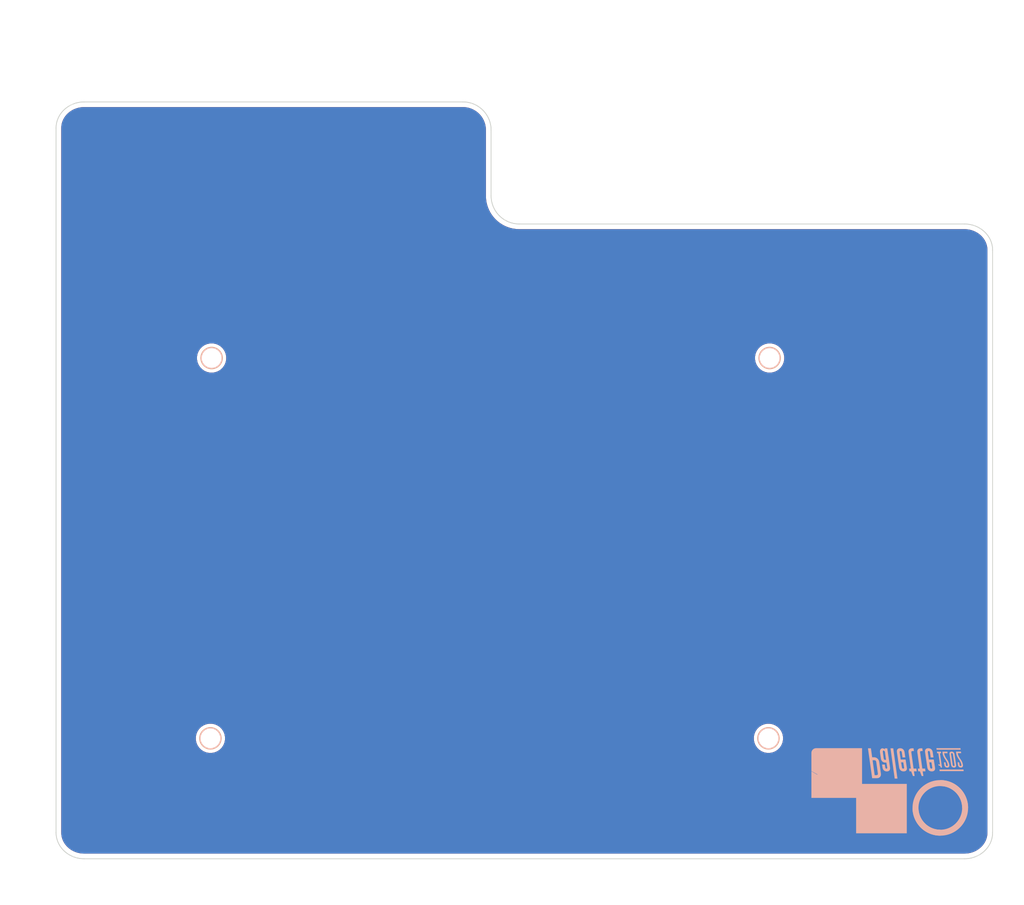
<source format=kicad_pcb>
(kicad_pcb (version 20171130) (host pcbnew "(5.1.4-0-10_14)")

  (general
    (thickness 1.6)
    (drawings 213)
    (tracks 0)
    (zones 0)
    (modules 5)
    (nets 1)
  )

  (page A4)
  (layers
    (0 F.Cu signal)
    (31 B.Cu signal)
    (32 B.Adhes user)
    (33 F.Adhes user)
    (34 B.Paste user)
    (35 F.Paste user)
    (36 B.SilkS user)
    (37 F.SilkS user)
    (38 B.Mask user)
    (39 F.Mask user)
    (40 Dwgs.User user)
    (41 Cmts.User user)
    (42 Eco1.User user)
    (43 Eco2.User user)
    (44 Edge.Cuts user)
    (45 Margin user)
    (46 B.CrtYd user)
    (47 F.CrtYd user)
    (48 B.Fab user)
    (49 F.Fab user)
  )

  (setup
    (last_trace_width 0.25)
    (user_trace_width 0.5)
    (trace_clearance 0.2)
    (zone_clearance 0.508)
    (zone_45_only yes)
    (trace_min 0.1)
    (via_size 0.8)
    (via_drill 0.4)
    (via_min_size 0.4)
    (via_min_drill 0.3)
    (uvia_size 0.3)
    (uvia_drill 0.1)
    (uvias_allowed no)
    (uvia_min_size 0.2)
    (uvia_min_drill 0.1)
    (edge_width 0.05)
    (segment_width 0.2)
    (pcb_text_width 0.3)
    (pcb_text_size 1.5 1.5)
    (mod_edge_width 0.12)
    (mod_text_size 1 1)
    (mod_text_width 0.15)
    (pad_size 1.8 1.8)
    (pad_drill 0.9)
    (pad_to_mask_clearance 0.051)
    (solder_mask_min_width 0.25)
    (aux_axis_origin 0 0)
    (grid_origin 111.76 69.596)
    (visible_elements FFFFEF7F)
    (pcbplotparams
      (layerselection 0x010f0_ffffffff)
      (usegerberextensions true)
      (usegerberattributes false)
      (usegerberadvancedattributes false)
      (creategerberjobfile false)
      (excludeedgelayer true)
      (linewidth 0.100000)
      (plotframeref false)
      (viasonmask false)
      (mode 1)
      (useauxorigin false)
      (hpglpennumber 1)
      (hpglpenspeed 20)
      (hpglpendiameter 15.000000)
      (psnegative false)
      (psa4output false)
      (plotreference true)
      (plotvalue true)
      (plotinvisibletext false)
      (padsonsilk false)
      (subtractmaskfromsilk false)
      (outputformat 1)
      (mirror false)
      (drillshape 0)
      (scaleselection 1)
      (outputdirectory "gerber/OB-back/"))
  )

  (net 0 "")

  (net_class Default "これはデフォルトのネット クラスです。"
    (clearance 0.2)
    (trace_width 0.25)
    (via_dia 0.8)
    (via_drill 0.4)
    (uvia_dia 0.3)
    (uvia_drill 0.1)
  )

  (module nilgiri:Palette1202_logo (layer B.Cu) (tedit 5DDA2F00) (tstamp 5DDAD602)
    (at 176.276 117.348)
    (path /5DBCB9AA)
    (fp_text reference H99 (at -0.86 -1.39) (layer B.SilkS) hide
      (effects (font (size 1 1) (thickness 0.15)) (justify mirror))
    )
    (fp_text value MountingHole (at -0.86 -0.39) (layer B.Fab)
      (effects (font (size 1 1) (thickness 0.15)) (justify mirror))
    )
    (fp_poly (pts (xy 7.626375 1.841167) (xy 7.623337 1.721587) (xy 7.614324 1.603549) (xy 7.599483 1.487202)
      (xy 7.578961 1.372694) (xy 7.552907 1.260173) (xy 7.521468 1.149785) (xy 7.484792 1.041679)
      (xy 7.443027 0.936003) (xy 7.39632 0.832904) (xy 7.344819 0.73253) (xy 7.288672 0.635029)
      (xy 7.228027 0.540549) (xy 7.163031 0.449237) (xy 7.093833 0.361241) (xy 7.02058 0.27671)
      (xy 6.943419 0.19579) (xy 6.862499 0.118629) (xy 6.777968 0.045376) (xy 6.689972 -0.023823)
      (xy 6.59866 -0.088818) (xy 6.50418 -0.149463) (xy 6.406679 -0.20561) (xy 6.306305 -0.257111)
      (xy 6.203206 -0.303818) (xy 6.09753 -0.345583) (xy 5.989424 -0.38226) (xy 5.879036 -0.413699)
      (xy 5.766515 -0.439753) (xy 5.652006 -0.460274) (xy 5.53566 -0.475116) (xy 5.417622 -0.484129)
      (xy 5.298042 -0.487166) (xy 5.178461 -0.484129) (xy 5.060423 -0.475116) (xy 4.944077 -0.460274)
      (xy 4.829568 -0.439753) (xy 4.717047 -0.413699) (xy 4.606659 -0.38226) (xy 4.498553 -0.345583)
      (xy 4.392877 -0.303818) (xy 4.289778 -0.257111) (xy 4.189404 -0.20561) (xy 4.091903 -0.149463)
      (xy 3.997423 -0.088818) (xy 3.906111 -0.023823) (xy 3.818115 0.045376) (xy 3.733584 0.118629)
      (xy 3.652664 0.19579) (xy 3.575503 0.27671) (xy 3.50225 0.361241) (xy 3.433052 0.449237)
      (xy 3.368056 0.540549) (xy 3.307411 0.635029) (xy 3.251264 0.73253) (xy 3.199763 0.832904)
      (xy 3.153056 0.936003) (xy 3.111291 1.041679) (xy 3.074615 1.149785) (xy 3.043176 1.260173)
      (xy 3.017122 1.372694) (xy 2.9966 1.487202) (xy 2.981759 1.603549) (xy 2.972746 1.721587)
      (xy 2.969709 1.841167) (xy 2.972746 1.960747) (xy 2.981759 2.078785) (xy 2.9966 2.195131)
      (xy 3.017122 2.30964) (xy 3.043176 2.422161) (xy 3.074615 2.532549) (xy 3.111291 2.640655)
      (xy 3.153057 2.746331) (xy 3.199764 2.84943) (xy 3.251265 2.949804) (xy 3.307411 3.047305)
      (xy 3.368056 3.141785) (xy 3.433052 3.233097) (xy 3.50225 3.321092) (xy 3.575504 3.405624)
      (xy 3.652664 3.486544) (xy 3.733584 3.563705) (xy 3.818116 3.636958) (xy 3.906112 3.706157)
      (xy 3.997424 3.771152) (xy 4.091904 3.831797) (xy 4.189405 3.887944) (xy 4.289779 3.939445)
      (xy 4.392877 3.986152) (xy 4.498554 4.027917) (xy 4.60666 4.064594) (xy 4.717047 4.096033)
      (xy 4.829569 4.122087) (xy 4.944077 4.142608) (xy 5.060424 4.15745) (xy 5.178461 4.166463)
      (xy 5.298042 4.1695) (xy 5.298042 4.8045) (xy 5.145679 4.800647) (xy 4.995302 4.789213)
      (xy 4.847097 4.770383) (xy 4.701251 4.744343) (xy 4.557952 4.711278) (xy 4.417386 4.671374)
      (xy 4.279741 4.624816) (xy 4.145202 4.57179) (xy 4.013959 4.512482) (xy 3.886196 4.447076)
      (xy 3.762102 4.375759) (xy 3.641864 4.298717) (xy 3.525667 4.216133) (xy 3.413701 4.128195)
      (xy 3.30615 4.035088) (xy 3.203203 3.936997) (xy 3.105047 3.834108) (xy 3.011867 3.726606)
      (xy 2.923852 3.614677) (xy 2.841189 3.498507) (xy 2.764064 3.378281) (xy 2.692665 3.254184)
      (xy 2.627178 3.126403) (xy 2.56779 2.995122) (xy 2.514689 2.860527) (xy 2.468061 2.722805)
      (xy 2.428093 2.582139) (xy 2.394974 2.438717) (xy 2.368888 2.292723) (xy 2.350024 2.144343)
      (xy 2.338569 1.993762) (xy 2.334709 1.841167) (xy 2.338561 1.688804) (xy 2.349995 1.538427)
      (xy 2.368825 1.390222) (xy 2.394865 1.244376) (xy 2.42793 1.101077) (xy 2.467834 0.960511)
      (xy 2.514392 0.822866) (xy 2.567418 0.688328) (xy 2.626726 0.557084) (xy 2.692132 0.429322)
      (xy 2.763448 0.305228) (xy 2.840491 0.184989) (xy 2.923075 0.068793) (xy 3.011013 -0.043174)
      (xy 3.10412 -0.150724) (xy 3.202211 -0.253672) (xy 3.3051 -0.351828) (xy 3.412602 -0.445007)
      (xy 3.52453 -0.533022) (xy 3.640701 -0.615686) (xy 3.760927 -0.692811) (xy 3.885024 -0.76421)
      (xy 4.012805 -0.829697) (xy 4.144086 -0.889085) (xy 4.278681 -0.942186) (xy 4.416403 -0.988814)
      (xy 4.557069 -1.028781) (xy 4.700491 -1.061901) (xy 4.846485 -1.087987) (xy 4.994866 -1.106851)
      (xy 5.145446 -1.118306) (xy 5.298042 -1.122166) (xy 5.450404 -1.118314) (xy 5.600781 -1.10688)
      (xy 5.748986 -1.08805) (xy 5.894832 -1.06201) (xy 6.038131 -1.028945) (xy 6.178697 -0.989041)
      (xy 6.316342 -0.942483) (xy 6.45088 -0.889457) (xy 6.582124 -0.830148) (xy 6.709887 -0.764743)
      (xy 6.833981 -0.693426) (xy 6.954219 -0.616383) (xy 7.070415 -0.5338) (xy 7.182382 -0.445862)
      (xy 7.289933 -0.352755) (xy 7.39288 -0.254664) (xy 7.491036 -0.151774) (xy 7.584216 -0.044273)
      (xy 7.67223 0.067656) (xy 7.754894 0.183826) (xy 7.832019 0.304053) (xy 7.903418 0.428149)
      (xy 7.968906 0.555931) (xy 8.028293 0.687212) (xy 8.081395 0.821806) (xy 8.128022 0.959529)
      (xy 8.16799 1.100194) (xy 8.20111 1.243617) (xy 8.227195 1.389611) (xy 8.246059 1.537991)
      (xy 8.257515 1.688572) (xy 8.261375 1.841167) (xy 7.626375 1.841167)) (layer B.SilkS) (width 0))
    (fp_poly (pts (xy 2.900917 -2.352479) (xy 2.940605 -2.056146) (xy 3.123167 -2.056146) (xy 3.311021 -1.556084)
      (xy 3.493583 -1.556084) (xy 3.419501 -2.056146) (xy 3.715834 -2.056146) (xy 3.676147 -2.352479)
      (xy 3.379813 -2.352479) (xy 3.144334 -4.059041) (xy 3.141513 -4.078265) (xy 3.139999 -4.096249)
      (xy 3.139732 -4.104775) (xy 3.139794 -4.112992) (xy 3.140184 -4.120898) (xy 3.140903 -4.128495)
      (xy 3.141952 -4.135781) (xy 3.14333 -4.142758) (xy 3.145039 -4.149424) (xy 3.147079 -4.15578)
      (xy 3.14945 -4.161826) (xy 3.152153 -4.167562) (xy 3.155188 -4.172988) (xy 3.158556 -4.178104)
      (xy 3.162257 -4.18291) (xy 3.166293 -4.187406) (xy 3.170662 -4.191591) (xy 3.175366 -4.195467)
      (xy 3.180406 -4.199033) (xy 3.185781 -4.202288) (xy 3.191493 -4.205234) (xy 3.197541 -4.207869)
      (xy 3.203926 -4.210195) (xy 3.210649 -4.21221) (xy 3.21771 -4.213915) (xy 3.22511 -4.215311)
      (xy 3.232849 -4.216396) (xy 3.240928 -4.217171) (xy 3.249346 -4.217636) (xy 3.258106 -4.217791)
      (xy 3.416855 -4.217791) (xy 3.377167 -4.514124) (xy 3.218417 -4.514124) (xy 3.193054 -4.51366)
      (xy 3.168555 -4.512269) (xy 3.144916 -4.509956) (xy 3.122134 -4.506724) (xy 3.100204 -4.502578)
      (xy 3.079123 -4.497521) (xy 3.058887 -4.491557) (xy 3.039492 -4.484689) (xy 3.020935 -4.476923)
      (xy 3.00321 -4.468261) (xy 2.986315 -4.458708) (xy 2.970246 -4.448268) (xy 2.954998 -4.436944)
      (xy 2.940568 -4.42474) (xy 2.926952 -4.41166) (xy 2.914146 -4.397708) (xy 2.902271 -4.382888)
      (xy 2.89145 -4.367204) (xy 2.881683 -4.350659) (xy 2.87297 -4.333257) (xy 2.865312 -4.315003)
      (xy 2.858708 -4.2959) (xy 2.853158 -4.275953) (xy 2.848662 -4.255164) (xy 2.84522 -4.233538)
      (xy 2.842832 -4.211079) (xy 2.841499 -4.18779) (xy 2.84122 -4.163676) (xy 2.841995 -4.13874)
      (xy 2.843824 -4.112987) (xy 2.846708 -4.086419) (xy 2.850645 -4.059041) (xy 3.088771 -2.352479)
      (xy 2.900917 -2.352479)) (layer B.SilkS) (width 0))
    (fp_poly (pts (xy 1.966938 -2.352479) (xy 2.006626 -2.056146) (xy 2.189188 -2.056146) (xy 2.377042 -1.556084)
      (xy 2.559605 -1.556084) (xy 2.485522 -2.056146) (xy 2.781855 -2.056146) (xy 2.742167 -2.352479)
      (xy 2.445834 -2.352479) (xy 2.210356 -4.059041) (xy 2.207535 -4.078265) (xy 2.20602 -4.096249)
      (xy 2.205754 -4.104775) (xy 2.205815 -4.112992) (xy 2.206205 -4.120898) (xy 2.206924 -4.128495)
      (xy 2.207973 -4.135781) (xy 2.209351 -4.142758) (xy 2.21106 -4.149424) (xy 2.2131 -4.15578)
      (xy 2.215471 -4.161826) (xy 2.218174 -4.167562) (xy 2.221209 -4.172988) (xy 2.224577 -4.178104)
      (xy 2.228278 -4.18291) (xy 2.232314 -4.187406) (xy 2.236683 -4.191591) (xy 2.241387 -4.195467)
      (xy 2.246427 -4.199033) (xy 2.251802 -4.202288) (xy 2.257514 -4.205234) (xy 2.263562 -4.207869)
      (xy 2.269947 -4.210195) (xy 2.27667 -4.21221) (xy 2.283731 -4.213915) (xy 2.291131 -4.215311)
      (xy 2.29887 -4.216396) (xy 2.306949 -4.217171) (xy 2.315367 -4.217636) (xy 2.324127 -4.217791)
      (xy 2.482876 -4.217791) (xy 2.443188 -4.514124) (xy 2.284438 -4.514124) (xy 2.259075 -4.51366)
      (xy 2.234576 -4.512269) (xy 2.210937 -4.509956) (xy 2.188155 -4.506724) (xy 2.166226 -4.502578)
      (xy 2.145145 -4.497521) (xy 2.124909 -4.491557) (xy 2.105514 -4.484689) (xy 2.086957 -4.476923)
      (xy 2.069232 -4.468261) (xy 2.052337 -4.458708) (xy 2.036268 -4.448268) (xy 2.02102 -4.436944)
      (xy 2.00659 -4.42474) (xy 1.992974 -4.41166) (xy 1.980168 -4.397708) (xy 1.968292 -4.382888)
      (xy 1.957471 -4.367204) (xy 1.947704 -4.350659) (xy 1.938992 -4.333257) (xy 1.931333 -4.315003)
      (xy 1.924729 -4.2959) (xy 1.919179 -4.275953) (xy 1.914683 -4.255164) (xy 1.911241 -4.233538)
      (xy 1.908854 -4.211079) (xy 1.90752 -4.18779) (xy 1.907241 -4.163676) (xy 1.908016 -4.13874)
      (xy 1.909846 -4.112987) (xy 1.912729 -4.086419) (xy 1.916667 -4.059041) (xy 2.154792 -2.352479)
      (xy 1.966938 -2.352479)) (layer B.SilkS) (width 0))
    (fp_poly (pts (xy 4.660396 -2.934563) (xy 4.731834 -2.463604) (xy 4.735802 -2.438677) (xy 4.738774 -2.414497)
      (xy 4.740746 -2.391069) (xy 4.741715 -2.368396) (xy 4.741675 -2.346484) (xy 4.740625 -2.325334)
      (xy 4.738558 -2.304953) (xy 4.735472 -2.285342) (xy 4.731364 -2.266507) (xy 4.726228 -2.24845)
      (xy 4.720061 -2.231177) (xy 4.712859 -2.21469) (xy 4.704618 -2.198994) (xy 4.695335 -2.184092)
      (xy 4.685005 -2.169989) (xy 4.673625 -2.156688) (xy 4.661376 -2.143727) (xy 4.648433 -2.13163)
      (xy 4.634785 -2.120394) (xy 4.62042 -2.110014) (xy 4.605326 -2.100487) (xy 4.589491 -2.091808)
      (xy 4.572905 -2.083975) (xy 4.555556 -2.076982) (xy 4.537431 -2.070827) (xy 4.518519 -2.065505)
      (xy 4.498809 -2.061012) (xy 4.478289 -2.057345) (xy 4.456947 -2.054499) (xy 4.434772 -2.052472)
      (xy 4.411752 -2.051258) (xy 4.387876 -2.050854) (xy 4.364311 -2.051288) (xy 4.341243 -2.052591)
      (xy 4.31867 -2.054761) (xy 4.296594 -2.0578) (xy 4.275014 -2.061706) (xy 4.25393 -2.066481)
      (xy 4.233342 -2.072124) (xy 4.21325 -2.078635) (xy 4.193654 -2.086015) (xy 4.174555 -2.094262)
      (xy 4.155951 -2.103378) (xy 4.137844 -2.113362) (xy 4.120232 -2.124214) (xy 4.103117 -2.135934)
      (xy 4.086498 -2.148523) (xy 4.070375 -2.161979) (xy 4.054871 -2.176243) (xy 4.040108 -2.191259)
      (xy 4.026081 -2.207034) (xy 4.012787 -2.223577) (xy 4.000221 -2.240895) (xy 3.98838 -2.258996)
      (xy 3.97726 -2.277888) (xy 3.966857 -2.297578) (xy 3.957167 -2.318074) (xy 3.948186 -2.339384)
      (xy 3.939911 -2.361516) (xy 3.932337 -2.384477) (xy 3.925461 -2.408276) (xy 3.919278 -2.432919)
      (xy 3.913785 -2.458415) (xy 3.908979 -2.484771) (xy 3.6735 -4.088147) (xy 3.670027 -4.114067)
      (xy 3.667542 -4.139239) (xy 3.666041 -4.163659) (xy 3.665521 -4.187324) (xy 3.665978 -4.210228)
      (xy 3.667407 -4.23237) (xy 3.669806 -4.253744) (xy 3.673169 -4.274347) (xy 3.677494 -4.294174)
      (xy 3.682776 -4.313223) (xy 3.689011 -4.331488) (xy 3.696196 -4.348967) (xy 3.704327 -4.365656)
      (xy 3.7134 -4.381549) (xy 3.72341 -4.396645) (xy 3.734354 -4.410938) (xy 3.746604 -4.424394)
      (xy 3.759547 -4.436983) (xy 3.773195 -4.448703) (xy 3.787561 -4.459555) (xy 3.802655 -4.469539)
      (xy 3.818489 -4.478655) (xy 3.835075 -4.486902) (xy 3.852425 -4.494282) (xy 3.87055 -4.500793)
      (xy 3.889461 -4.506436) (xy 3.909171 -4.511211) (xy 3.929691 -4.515117) (xy 3.951033 -4.518156)
      (xy 3.973208 -4.520326) (xy 3.996228 -4.521629) (xy 4.020105 -4.522063) (xy 4.043669 -4.521598)
      (xy 4.066737 -4.520208) (xy 4.089309 -4.517894) (xy 4.111386 -4.514663) (xy 4.132966 -4.510516)
      (xy 4.15405 -4.505459) (xy 4.174638 -4.499495) (xy 4.194729 -4.492628) (xy 4.214325 -4.484861)
      (xy 4.233425 -4.4762) (xy 4.252028 -4.466647) (xy 4.270136 -4.456206) (xy 4.287747 -4.444882)
      (xy 4.304862 -4.432678) (xy 4.321481 -4.419599) (xy 4.337604 -4.405647) (xy 4.353077 -4.390827)
      (xy 4.367752 -4.375142) (xy 4.381636 -4.358597) (xy 4.394738 -4.341196) (xy 4.407064 -4.322942)
      (xy 4.418622 -4.303839) (xy 4.429421 -4.283891) (xy 4.439469 -4.263102) (xy 4.448772 -4.241476)
      (xy 4.457338 -4.219017) (xy 4.465176 -4.195728) (xy 4.472294 -4.171614) (xy 4.478698 -4.146678)
      (xy 4.484396 -4.120925) (xy 4.489398 -4.094357) (xy 4.493709 -4.06698) (xy 4.570438 -3.543106)
      (xy 4.274104 -3.543106) (xy 4.197376 -4.06698) (xy 4.194553 -4.086204) (xy 4.19104 -4.104187)
      (xy 4.18683 -4.12093) (xy 4.181914 -4.136433) (xy 4.176285 -4.150696) (xy 4.169936 -4.163718)
      (xy 4.162857 -4.1755) (xy 4.159043 -4.180926) (xy 4.155043 -4.186042) (xy 4.150857 -4.190848)
      (xy 4.146484 -4.195344) (xy 4.141923 -4.19953) (xy 4.137173 -4.203406) (xy 4.132233 -4.206971)
      (xy 4.127103 -4.210227) (xy 4.12178 -4.213172) (xy 4.116265 -4.215808) (xy 4.110556 -4.218133)
      (xy 4.104652 -4.220149) (xy 4.098552 -4.221854) (xy 4.092256 -4.223249) (xy 4.085762 -4.224334)
      (xy 4.079069 -4.225109) (xy 4.072177 -4.225574) (xy 4.065084 -4.225729) (xy 4.058022 -4.225574)
      (xy 4.051224 -4.225109) (xy 4.04469 -4.224334) (xy 4.038419 -4.223249) (xy 4.032412 -4.221854)
      (xy 4.026668 -4.220148) (xy 4.021187 -4.218133) (xy 4.015971 -4.215808) (xy 4.011018 -4.213172)
      (xy 4.006328 -4.210227) (xy 4.001902 -4.206971) (xy 3.997739 -4.203405) (xy 3.99384 -4.19953)
      (xy 3.990205 -4.195344) (xy 3.986833 -4.190848) (xy 3.983725 -4.186042) (xy 3.98088 -4.180926)
      (xy 3.978299 -4.1755) (xy 3.975981 -4.169764) (xy 3.973927 -4.163718) (xy 3.972136 -4.157362)
      (xy 3.970609 -4.150695) (xy 3.969346 -4.143719) (xy 3.968346 -4.136433) (xy 3.967609 -4.128836)
      (xy 3.967136 -4.12093) (xy 3.966927 -4.112713) (xy 3.966981 -4.104187) (xy 3.967299 -4.09535)
      (xy 3.96788 -4.086203) (xy 3.968725 -4.076747) (xy 3.969834 -4.06698) (xy 4.078313 -3.315564)
      (xy 4.602187 -3.315564) (xy 4.660396 -2.92398) (xy 4.364065 -2.913396) (xy 4.348188 -3.016584)
      (xy 4.120647 -3.016584) (xy 4.207959 -2.482126) (xy 4.211743 -2.465786) (xy 4.21615 -2.4505)
      (xy 4.221185 -2.436268) (xy 4.226852 -2.423091) (xy 4.233155 -2.410967) (xy 4.236546 -2.405301)
      (xy 4.240097 -2.399898) (xy 4.243809 -2.394759) (xy 4.247683 -2.389883) (xy 4.251718 -2.385271)
      (xy 4.255915 -2.380923) (xy 4.260276 -2.376838) (xy 4.264799 -2.373016) (xy 4.269487 -2.369458)
      (xy 4.274338 -2.366164) (xy 4.279354 -2.363133) (xy 4.284536 -2.360366) (xy 4.289883 -2.357862)
      (xy 4.295396 -2.355622) (xy 4.301076 -2.353645) (xy 4.306923 -2.351932) (xy 4.312938 -2.350483)
      (xy 4.319121 -2.349297) (xy 4.325472 -2.348374) (xy 4.331992 -2.347716) (xy 4.338682 -2.34732)
      (xy 4.345542 -2.347188) (xy 4.351869 -2.347312) (xy 4.357955 -2.347685) (xy 4.363809 -2.348305)
      (xy 4.369438 -2.349173) (xy 4.37485 -2.350289) (xy 4.380052 -2.351653) (xy 4.385053 -2.353266)
      (xy 4.389861 -2.355126) (xy 4.394482 -2.357235) (xy 4.398925 -2.359591) (xy 4.403197 -2.362195)
      (xy 4.407307 -2.365048) (xy 4.411261 -2.368148) (xy 4.415069 -2.371497) (xy 4.418737 -2.375094)
      (xy 4.422273 -2.378938) (xy 4.42559 -2.383062) (xy 4.428593 -2.387496) (xy 4.431278 -2.39224)
      (xy 4.433641 -2.397294) (xy 4.435679 -2.402658) (xy 4.437388 -2.408332) (xy 4.438763 -2.414316)
      (xy 4.439801 -2.42061) (xy 4.440498 -2.427214) (xy 4.44085 -2.434128) (xy 4.440853 -2.441353)
      (xy 4.440503 -2.448887) (xy 4.439797 -2.456732) (xy 4.43873 -2.464886) (xy 4.4373 -2.473351)
      (xy 4.4355 -2.482126) (xy 4.364065 -2.931918) (xy 4.660396 -2.934563)) (layer B.SilkS) (width 0))
    (fp_poly (pts (xy 1.65473 -2.934563) (xy 1.726168 -2.463604) (xy 1.730136 -2.438677) (xy 1.733108 -2.414497)
      (xy 1.73508 -2.391069) (xy 1.736048 -2.368396) (xy 1.736009 -2.346484) (xy 1.734958 -2.325334)
      (xy 1.732892 -2.304953) (xy 1.729806 -2.285342) (xy 1.725697 -2.266507) (xy 1.720561 -2.24845)
      (xy 1.714394 -2.231177) (xy 1.707192 -2.21469) (xy 1.698951 -2.198994) (xy 1.689668 -2.184092)
      (xy 1.679339 -2.169989) (xy 1.667959 -2.156688) (xy 1.655709 -2.143727) (xy 1.642766 -2.13163)
      (xy 1.629118 -2.120394) (xy 1.614752 -2.110014) (xy 1.599658 -2.100487) (xy 1.583824 -2.091808)
      (xy 1.567238 -2.083975) (xy 1.549888 -2.076982) (xy 1.531763 -2.070827) (xy 1.512852 -2.065505)
      (xy 1.493142 -2.061012) (xy 1.472621 -2.057345) (xy 1.45128 -2.054499) (xy 1.429105 -2.052472)
      (xy 1.406085 -2.051258) (xy 1.382208 -2.050854) (xy 1.358644 -2.051288) (xy 1.335575 -2.052591)
      (xy 1.313003 -2.054761) (xy 1.290927 -2.0578) (xy 1.269347 -2.061706) (xy 1.248263 -2.066481)
      (xy 1.227675 -2.072124) (xy 1.207583 -2.078635) (xy 1.187988 -2.086015) (xy 1.168888 -2.094262)
      (xy 1.150285 -2.103378) (xy 1.132177 -2.113362) (xy 1.114566 -2.124214) (xy 1.09745 -2.135934)
      (xy 1.080831 -2.148523) (xy 1.064708 -2.161979) (xy 1.049205 -2.176243) (xy 1.034441 -2.191259)
      (xy 1.020414 -2.207034) (xy 1.00712 -2.223577) (xy 0.994554 -2.240895) (xy 0.982713 -2.258996)
      (xy 0.971593 -2.277888) (xy 0.96119 -2.297578) (xy 0.9515 -2.318074) (xy 0.942519 -2.339384)
      (xy 0.934244 -2.361516) (xy 0.92667 -2.384477) (xy 0.919794 -2.408276) (xy 0.913611 -2.432919)
      (xy 0.908119 -2.458415) (xy 0.903312 -2.484771) (xy 0.667834 -4.088147) (xy 0.66436 -4.114067)
      (xy 0.661875 -4.139239) (xy 0.660374 -4.163659) (xy 0.659854 -4.187324) (xy 0.660311 -4.210228)
      (xy 0.66174 -4.23237) (xy 0.664139 -4.253744) (xy 0.667502 -4.274347) (xy 0.671827 -4.294174)
      (xy 0.677109 -4.313223) (xy 0.683345 -4.331488) (xy 0.69053 -4.348967) (xy 0.69866 -4.365656)
      (xy 0.707733 -4.381549) (xy 0.717743 -4.396645) (xy 0.728688 -4.410938) (xy 0.740937 -4.424394)
      (xy 0.75388 -4.436983) (xy 0.767528 -4.448703) (xy 0.781894 -4.459555) (xy 0.796988 -4.469539)
      (xy 0.812822 -4.478655) (xy 0.829408 -4.486902) (xy 0.846758 -4.494282) (xy 0.864883 -4.500793)
      (xy 0.883795 -4.506436) (xy 0.903505 -4.511211) (xy 0.924025 -4.515117) (xy 0.945366 -4.518156)
      (xy 0.967541 -4.520326) (xy 0.990561 -4.521629) (xy 1.014438 -4.522063) (xy 1.038002 -4.521598)
      (xy 1.061071 -4.520208) (xy 1.083643 -4.517894) (xy 1.105719 -4.514663) (xy 1.127299 -4.510516)
      (xy 1.148383 -4.505459) (xy 1.168971 -4.499495) (xy 1.189063 -4.492628) (xy 1.208659 -4.484861)
      (xy 1.227759 -4.4762) (xy 1.246362 -4.466647) (xy 1.264469 -4.456206) (xy 1.282081 -4.444882)
      (xy 1.299196 -4.432678) (xy 1.315815 -4.419599) (xy 1.331938 -4.405647) (xy 1.347411 -4.390827)
      (xy 1.362086 -4.375142) (xy 1.37597 -4.358597) (xy 1.389071 -4.341196) (xy 1.401397 -4.322942)
      (xy 1.412956 -4.303839) (xy 1.423755 -4.283891) (xy 1.433802 -4.263102) (xy 1.443105 -4.241476)
      (xy 1.451672 -4.219017) (xy 1.45951 -4.195728) (xy 1.466627 -4.171614) (xy 1.473031 -4.146678)
      (xy 1.47873 -4.120925) (xy 1.483731 -4.094357) (xy 1.488042 -4.06698) (xy 1.564772 -3.543106)
      (xy 1.268439 -3.543106) (xy 1.191709 -4.06698) (xy 1.188886 -4.086204) (xy 1.185374 -4.104187)
      (xy 1.181163 -4.12093) (xy 1.176248 -4.136433) (xy 1.170619 -4.150696) (xy 1.164269 -4.163718)
      (xy 1.157191 -4.1755) (xy 1.153376 -4.180926) (xy 1.149376 -4.186042) (xy 1.14519 -4.190848)
      (xy 1.140817 -4.195344) (xy 1.136256 -4.19953) (xy 1.131506 -4.203406) (xy 1.126567 -4.206971)
      (xy 1.121436 -4.210227) (xy 1.116114 -4.213172) (xy 1.110598 -4.215808) (xy 1.104889 -4.218133)
      (xy 1.098985 -4.220149) (xy 1.092886 -4.221854) (xy 1.086589 -4.223249) (xy 1.080095 -4.224334)
      (xy 1.073403 -4.225109) (xy 1.066511 -4.225574) (xy 1.059418 -4.225729) (xy 1.052356 -4.225574)
      (xy 1.045558 -4.225109) (xy 1.039024 -4.224334) (xy 1.032753 -4.223249) (xy 1.026745 -4.221854)
      (xy 1.021002 -4.220148) (xy 1.015521 -4.218133) (xy 1.010304 -4.215808) (xy 1.005351 -4.213172)
      (xy 1.000662 -4.210227) (xy 0.996235 -4.206971) (xy 0.992073 -4.203405) (xy 0.988174 -4.19953)
      (xy 0.984538 -4.195344) (xy 0.981167 -4.190848) (xy 0.978058 -4.186042) (xy 0.975213 -4.180926)
      (xy 0.972632 -4.1755) (xy 0.970315 -4.169764) (xy 0.96826 -4.163718) (xy 0.96647 -4.157362)
      (xy 0.964943 -4.150695) (xy 0.963679 -4.143719) (xy 0.962679 -4.136433) (xy 0.961943 -4.128836)
      (xy 0.96147 -4.12093) (xy 0.961261 -4.112713) (xy 0.961315 -4.104187) (xy 0.961633 -4.09535)
      (xy 0.962214 -4.086203) (xy 0.963059 -4.076747) (xy 0.964168 -4.06698) (xy 1.072646 -3.315564)
      (xy 1.599168 -3.315564) (xy 1.657377 -2.92398) (xy 1.361043 -2.913396) (xy 1.345168 -3.016584)
      (xy 1.117626 -3.016584) (xy 1.204939 -2.482126) (xy 1.208722 -2.465786) (xy 1.21313 -2.4505)
      (xy 1.218165 -2.436268) (xy 1.223832 -2.423091) (xy 1.230135 -2.410967) (xy 1.233525 -2.405301)
      (xy 1.237077 -2.399898) (xy 1.240789 -2.394759) (xy 1.244662 -2.389883) (xy 1.248697 -2.385271)
      (xy 1.252895 -2.380923) (xy 1.257255 -2.376838) (xy 1.261779 -2.373016) (xy 1.266466 -2.369458)
      (xy 1.271318 -2.366164) (xy 1.276334 -2.363133) (xy 1.281515 -2.360366) (xy 1.286863 -2.357862)
      (xy 1.292376 -2.355622) (xy 1.298056 -2.353645) (xy 1.303903 -2.351932) (xy 1.309918 -2.350483)
      (xy 1.316101 -2.349297) (xy 1.322452 -2.348374) (xy 1.328973 -2.347716) (xy 1.335663 -2.34732)
      (xy 1.342523 -2.347188) (xy 1.348849 -2.347312) (xy 1.354936 -2.347685) (xy 1.360789 -2.348305)
      (xy 1.366418 -2.349173) (xy 1.37183 -2.350289) (xy 1.377033 -2.351653) (xy 1.382034 -2.353266)
      (xy 1.386841 -2.355126) (xy 1.391462 -2.357235) (xy 1.395905 -2.359591) (xy 1.400177 -2.362195)
      (xy 1.404287 -2.365048) (xy 1.408241 -2.368148) (xy 1.412048 -2.371497) (xy 1.415716 -2.375094)
      (xy 1.419252 -2.378938) (xy 1.422569 -2.383062) (xy 1.425572 -2.387496) (xy 1.428257 -2.39224)
      (xy 1.430621 -2.397294) (xy 1.432659 -2.402658) (xy 1.434368 -2.408332) (xy 1.435743 -2.414316)
      (xy 1.436781 -2.42061) (xy 1.437478 -2.427214) (xy 1.43783 -2.434128) (xy 1.437833 -2.441353)
      (xy 1.437484 -2.448887) (xy 1.436778 -2.456732) (xy 1.435711 -2.464886) (xy 1.43428 -2.473351)
      (xy 1.432481 -2.482126) (xy 1.361043 -2.931918) (xy 1.65473 -2.934563)) (layer B.SilkS) (width 0))
    (fp_poly (pts (xy 0.432355 -1.280917) (xy 0.728689 -1.280917) (xy 0.278897 -4.514125) (xy -0.017437 -4.514125)
      (xy 0.432355 -1.280917)) (layer B.SilkS) (width 0))
    (fp_poly (pts (xy 7.711042 -2.738771) (xy 7.704835 -2.774981) (xy 7.698102 -2.810167) (xy 7.690811 -2.844299)
      (xy 7.68293 -2.877346) (xy 7.67443 -2.909277) (xy 7.665278 -2.940061) (xy 7.655444 -2.969666)
      (xy 7.644897 -2.998063) (xy 7.633853 -3.026464) (xy 7.622531 -3.054121) (xy 7.610898 -3.081034)
      (xy 7.598925 -3.107203) (xy 7.586579 -3.132627) (xy 7.57383 -3.157308) (xy 7.560648 -3.181244)
      (xy 7.547 -3.204437) (xy 7.533104 -3.228006) (xy 7.519177 -3.251111) (xy 7.505188 -3.273781)
      (xy 7.491107 -3.296049) (xy 7.476901 -3.317944) (xy 7.46254 -3.339498) (xy 7.447993 -3.360742)
      (xy 7.433229 -3.381708) (xy 7.418465 -3.402667) (xy 7.403918 -3.423875) (xy 7.389557 -3.445331)
      (xy 7.375351 -3.467035) (xy 7.34728 -3.511188) (xy 7.319457 -3.556332) (xy 7.293785 -3.602551)
      (xy 7.281181 -3.626188) (xy 7.268856 -3.650259) (xy 7.256903 -3.674826) (xy 7.245416 -3.699952)
      (xy 7.234486 -3.725697) (xy 7.224208 -3.752124) (xy 7.213666 -3.779291) (xy 7.203868 -3.807232)
      (xy 7.194814 -3.83598) (xy 7.186505 -3.865564) (xy 7.178939 -3.896017) (xy 7.172118 -3.927369)
      (xy 7.166041 -3.959651) (xy 7.160709 -3.992895) (xy 7.523189 -3.992895) (xy 7.502021 -4.162228)
      (xy 6.970208 -4.159583) (xy 6.991374 -3.992895) (xy 6.997581 -3.955812) (xy 7.004314 -3.919969)
      (xy 7.011606 -3.885367) (xy 7.019487 -3.852004) (xy 7.027988 -3.819882) (xy 7.03714 -3.789)
      (xy 7.046974 -3.759359) (xy 7.057521 -3.730958) (xy 7.068564 -3.703424) (xy 7.079887 -3.676387)
      (xy 7.091519 -3.649846) (xy 7.103493 -3.623801) (xy 7.115838 -3.598252) (xy 7.128587 -3.573199)
      (xy 7.14177 -3.548643) (xy 7.155418 -3.524582) (xy 7.169313 -3.501013) (xy 7.18324 -3.477908)
      (xy 7.197229 -3.455238) (xy 7.211311 -3.432971) (xy 7.225517 -3.411075) (xy 7.239878 -3.389521)
      (xy 7.254425 -3.368277) (xy 7.269189 -3.347312) (xy 7.283953 -3.326352) (xy 7.298499 -3.305144)
      (xy 7.31286 -3.283688) (xy 7.327066 -3.261984) (xy 7.355137 -3.217831) (xy 7.382959 -3.172687)
      (xy 7.408631 -3.126509) (xy 7.421235 -3.10297) (xy 7.43356 -3.079091) (xy 7.445513 -3.054839)
      (xy 7.457001 -3.030184) (xy 7.467931 -3.005095) (xy 7.47821 -2.979541) (xy 7.488752 -2.953135)
      (xy 7.49855 -2.92555) (xy 7.507604 -2.896849) (xy 7.515913 -2.867094) (xy 7.523479 -2.836346)
      (xy 7.5303 -2.804669) (xy 7.536377 -2.772123) (xy 7.541709 -2.738771) (xy 7.54323 -2.72581)
      (xy 7.543644 -2.719654) (xy 7.543828 -2.713713) (xy 7.543784 -2.707987) (xy 7.543512 -2.702476)
      (xy 7.543013 -2.69718) (xy 7.542288 -2.692097) (xy 7.541339 -2.687227) (xy 7.540166 -2.682569)
      (xy 7.53877 -2.678124) (xy 7.537152 -2.673891) (xy 7.535313 -2.669869) (xy 7.533254 -2.666057)
      (xy 7.530976 -2.662456) (xy 7.528481 -2.659065) (xy 7.525768 -2.655883) (xy 7.522839 -2.652909)
      (xy 7.519695 -2.650144) (xy 7.516337 -2.647587) (xy 7.512765 -2.645238) (xy 7.508982 -2.643095)
      (xy 7.504987 -2.641158) (xy 7.500782 -2.639428) (xy 7.496368 -2.637902) (xy 7.491745 -2.636582)
      (xy 7.486915 -2.635466) (xy 7.481879 -2.634554) (xy 7.476637 -2.633846) (xy 7.471191 -2.633341)
      (xy 7.459689 -2.632937) (xy 7.453814 -2.633038) (xy 7.448093 -2.633341) (xy 7.442528 -2.633846)
      (xy 7.437117 -2.634554) (xy 7.431862 -2.635466) (xy 7.426761 -2.636582) (xy 7.421816 -2.637902)
      (xy 7.417026 -2.639428) (xy 7.41239 -2.641158) (xy 7.40791 -2.643095) (xy 7.403584 -2.645238)
      (xy 7.399414 -2.647587) (xy 7.395399 -2.650144) (xy 7.391539 -2.652909) (xy 7.387833 -2.655883)
      (xy 7.384283 -2.659065) (xy 7.380888 -2.662456) (xy 7.377648 -2.666057) (xy 7.374563 -2.669869)
      (xy 7.371633 -2.673891) (xy 7.368857 -2.678124) (xy 7.366237 -2.682569) (xy 7.363772 -2.687227)
      (xy 7.361462 -2.692097) (xy 7.359307 -2.69718) (xy 7.357307 -2.702476) (xy 7.355463 -2.707987)
      (xy 7.353773 -2.713713) (xy 7.352238 -2.719654) (xy 7.350858 -2.72581) (xy 7.348563 -2.738771)
      (xy 7.30623 -3.021875) (xy 7.136897 -3.021875) (xy 7.179231 -2.736125) (xy 7.18196 -2.720466)
      (xy 7.185184 -2.705242) (xy 7.188905 -2.690453) (xy 7.193122 -2.676097) (xy 7.197835 -2.662175)
      (xy 7.203043 -2.648688) (xy 7.208749 -2.635634) (xy 7.21495 -2.623015) (xy 7.221647 -2.610829)
      (xy 7.22884 -2.599078) (xy 7.23653 -2.587761) (xy 7.244715 -2.576878) (xy 7.253397 -2.566429)
      (xy 7.262575 -2.556414) (xy 7.272249 -2.546833) (xy 7.282419 -2.537687) (xy 7.292991 -2.528571)
      (xy 7.30387 -2.520071) (xy 7.31505 -2.512183) (xy 7.32653 -2.504904) (xy 7.338303 -2.498229)
      (xy 7.350368 -2.492155) (xy 7.362719 -2.486678) (xy 7.375353 -2.481794) (xy 7.388266 -2.477499)
      (xy 7.401455 -2.473789) (xy 7.414914 -2.470661) (xy 7.428641 -2.46811) (xy 7.442632 -2.466132)
      (xy 7.456882 -2.464725) (xy 7.471388 -2.463883) (xy 7.486146 -2.463603) (xy 7.500812 -2.463883)
      (xy 7.515044 -2.464725) (xy 7.528842 -2.466132) (xy 7.542205 -2.46811) (xy 7.555135 -2.470661)
      (xy 7.56763 -2.473789) (xy 7.579691 -2.477499) (xy 7.591318 -2.481794) (xy 7.602512 -2.486678)
      (xy 7.613271 -2.492155) (xy 7.623596 -2.498229) (xy 7.633486 -2.504904) (xy 7.642943 -2.512183)
      (xy 7.651966 -2.520071) (xy 7.660555 -2.528571) (xy 7.66871 -2.537687) (xy 7.676307 -2.547299)
      (xy 7.683225 -2.557288) (xy 7.68947 -2.567656) (xy 7.695043 -2.578408) (xy 7.699951 -2.589548)
      (xy 7.704195 -2.601079) (xy 7.707781 -2.613005) (xy 7.710711 -2.62533) (xy 7.712991 -2.638059)
      (xy 7.714623 -2.651194) (xy 7.715612 -2.664741) (xy 7.715961 -2.678702) (xy 7.715675 -2.693082)
      (xy 7.714757 -2.707884) (xy 7.713212 -2.723112) (xy 7.711042 -2.738771)) (layer B.SilkS) (width 0))
    (fp_poly (pts (xy 6.88025 -3.439917) (xy 6.986085 -2.730834) (xy 6.988225 -2.715641) (xy 6.989687 -2.700825)
      (xy 6.990474 -2.686389) (xy 6.990591 -2.672336) (xy 6.990041 -2.658671) (xy 6.988829 -2.645397)
      (xy 6.986958 -2.632518) (xy 6.984431 -2.620039) (xy 6.981254 -2.607963) (xy 6.977429 -2.596294)
      (xy 6.972961 -2.585035) (xy 6.967853 -2.574192) (xy 6.96211 -2.563767) (xy 6.955735 -2.553764)
      (xy 6.948733 -2.544188) (xy 6.941106 -2.535041) (xy 6.932951 -2.52639) (xy 6.924362 -2.518293)
      (xy 6.915339 -2.510746) (xy 6.905883 -2.503746) (xy 6.895992 -2.497289) (xy 6.885667 -2.49137)
      (xy 6.874908 -2.485986) (xy 6.863715 -2.481133) (xy 6.852087 -2.476807) (xy 6.840026 -2.473004)
      (xy 6.827531 -2.46972) (xy 6.814601 -2.466952) (xy 6.801238 -2.464696) (xy 6.78744 -2.462947)
      (xy 6.773208 -2.461703) (xy 6.758542 -2.460958) (xy 6.743813 -2.461237) (xy 6.729386 -2.462074)
      (xy 6.715254 -2.46347) (xy 6.701408 -2.465423) (xy 6.687842 -2.467934) (xy 6.674547 -2.471004)
      (xy 6.661515 -2.474632) (xy 6.64874 -2.478818) (xy 6.636212 -2.483562) (xy 6.623925 -2.488864)
      (xy 6.611871 -2.494724) (xy 6.600041 -2.501142) (xy 6.588428 -2.508118) (xy 6.577025 -2.515653)
      (xy 6.565823 -2.523745) (xy 6.554815 -2.532396) (xy 6.544645 -2.541542) (xy 6.534971 -2.551118)
      (xy 6.525793 -2.561121) (xy 6.517111 -2.571546) (xy 6.508926 -2.58239) (xy 6.501236 -2.593648)
      (xy 6.494043 -2.605318) (xy 6.487346 -2.617394) (xy 6.481145 -2.629873) (xy 6.47544 -2.642751)
      (xy 6.470231 -2.656025) (xy 6.465518 -2.66969) (xy 6.461301 -2.683743) (xy 6.45758 -2.69818)
      (xy 6.454356 -2.712996) (xy 6.451627 -2.728188) (xy 6.277002 -3.892355) (xy 6.274832 -3.907548)
      (xy 6.273286 -3.922364) (xy 6.272367 -3.9368) (xy 6.272081 -3.950853) (xy 6.272431 -3.964518)
      (xy 6.27342 -3.977792) (xy 6.275052 -3.990671) (xy 6.277332 -4.00315) (xy 6.280262 -4.015226)
      (xy 6.283848 -4.026895) (xy 6.288093 -4.038154) (xy 6.293001 -4.048997) (xy 6.298575 -4.059422)
      (xy 6.304819 -4.069425) (xy 6.311738 -4.079001) (xy 6.319335 -4.088148) (xy 6.32749 -4.096799)
      (xy 6.336079 -4.104896) (xy 6.345101 -4.112442) (xy 6.354558 -4.119443) (xy 6.364449 -4.1259)
      (xy 6.374774 -4.131819) (xy 6.385533 -4.137203) (xy 6.396726 -4.142056) (xy 6.408353 -4.146382)
      (xy 6.420415 -4.150185) (xy 6.43291 -4.153468) (xy 6.44584 -4.156236) (xy 6.459203 -4.158492)
      (xy 6.473001 -4.160241) (xy 6.487233 -4.161485) (xy 6.501899 -4.16223) (xy 6.516657 -4.161951)
      (xy 6.531163 -4.161114) (xy 6.545413 -4.159719) (xy 6.559404 -4.157765) (xy 6.573131 -4.155254)
      (xy 6.586591 -4.152184) (xy 6.599779 -4.148556) (xy 6.612692 -4.144371) (xy 6.625326 -4.139627)
      (xy 6.637678 -4.134325) (xy 6.649742 -4.128465) (xy 6.661516 -4.122046) (xy 6.672995 -4.11507)
      (xy 6.684176 -4.107536) (xy 6.695054 -4.099443) (xy 6.705627 -4.090792) (xy 6.715826 -4.081646)
      (xy 6.725584 -4.07207) (xy 6.734893 -4.062067) (xy 6.743743 -4.051642) (xy 6.752129 -4.040799)
      (xy 6.760042 -4.02954) (xy 6.767474 -4.017871) (xy 6.774418 -4.005795) (xy 6.780866 -3.993316)
      (xy 6.78681 -3.980438) (xy 6.792243 -3.967164) (xy 6.797156 -3.953499) (xy 6.801542 -3.939446)
      (xy 6.805393 -3.925009) (xy 6.808702 -3.910193) (xy 6.81146 -3.895001) (xy 6.882898 -3.408167)
      (xy 6.713563 -3.405522) (xy 6.63948 -3.88971) (xy 6.637156 -3.902205) (xy 6.635741 -3.908151)
      (xy 6.634158 -3.913894) (xy 6.632408 -3.919437) (xy 6.630493 -3.924777) (xy 6.628413 -3.929917)
      (xy 6.626169 -3.934854) (xy 6.623762 -3.939591) (xy 6.621194 -3.944125) (xy 6.618464 -3.948458)
      (xy 6.615575 -3.95259) (xy 6.612527 -3.95652) (xy 6.609321 -3.960248) (xy 6.605958 -3.963775)
      (xy 6.602439 -3.9671) (xy 6.598765 -3.970224) (xy 6.594937 -3.973147) (xy 6.590956 -3.975867)
      (xy 6.586823 -3.978387) (xy 6.582538 -3.980704) (xy 6.578104 -3.982821) (xy 6.57352 -3.984735)
      (xy 6.568788 -3.986448) (xy 6.563908 -3.98796) (xy 6.558883 -3.98927) (xy 6.553712 -3.990378)
      (xy 6.548396 -3.991285) (xy 6.542937 -3.991991) (xy 6.537336 -3.992494) (xy 6.52571 -3.992898)
      (xy 6.51988 -3.992804) (xy 6.514289 -3.99252) (xy 6.508932 -3.992043) (xy 6.503799 -3.991368)
      (xy 6.498883 -3.990491) (xy 6.494177 -3.989409) (xy 6.489672 -3.988118) (xy 6.485361 -3.986614)
      (xy 6.481236 -3.984892) (xy 6.477289 -3.98295) (xy 6.473513 -3.980783) (xy 6.4699 -3.978387)
      (xy 6.466441 -3.975758) (xy 6.46313 -3.972893) (xy 6.459958 -3.969788) (xy 6.456918 -3.966439)
      (xy 6.454532 -3.963338) (xy 6.452339 -3.95999) (xy 6.450348 -3.956393) (xy 6.448566 -3.952548)
      (xy 6.447002 -3.948456) (xy 6.445662 -3.944115) (xy 6.444555 -3.939526) (xy 6.443688 -3.934689)
      (xy 6.443069 -3.929604) (xy 6.442707 -3.924271) (xy 6.442607 -3.91869) (xy 6.442779 -3.912861)
      (xy 6.44323 -3.906784) (xy 6.443968 -3.900459) (xy 6.445 -3.893886) (xy 6.446334 -3.887064)
      (xy 6.62096 -2.733481) (xy 6.623254 -2.720986) (xy 6.626169 -2.709296) (xy 6.627859 -2.703754)
      (xy 6.629704 -2.698413) (xy 6.631704 -2.693274) (xy 6.633858 -2.688337) (xy 6.636168 -2.6836)
      (xy 6.638633 -2.679066) (xy 6.641254 -2.674733) (xy 6.644029 -2.670601) (xy 6.646959 -2.666671)
      (xy 6.650044 -2.662943) (xy 6.653284 -2.659416) (xy 6.656679 -2.65609) (xy 6.660229 -2.652967)
      (xy 6.663935 -2.650044) (xy 6.667795 -2.647323) (xy 6.67181 -2.644804) (xy 6.675981 -2.642487)
      (xy 6.680306 -2.64037) (xy 6.684786 -2.638456) (xy 6.689422 -2.636743) (xy 6.694212 -2.635231)
      (xy 6.699157 -2.633921) (xy 6.704258 -2.632813) (xy 6.709513 -2.631906) (xy 6.714924 -2.6312)
      (xy 6.720489 -2.630696) (xy 6.72621 -2.630394) (xy 6.732086 -2.630293) (xy 6.737938 -2.630394)
      (xy 6.743587 -2.630696) (xy 6.749033 -2.6312) (xy 6.754275 -2.631906) (xy 6.759312 -2.632813)
      (xy 6.764141 -2.633921) (xy 6.768764 -2.635231) (xy 6.773178 -2.636743) (xy 6.777383 -2.638456)
      (xy 6.781378 -2.64037) (xy 6.785162 -2.642487) (xy 6.788733 -2.644804) (xy 6.792091 -2.647323)
      (xy 6.795235 -2.650044) (xy 6.798164 -2.652967) (xy 6.800877 -2.65609) (xy 6.803372 -2.659416)
      (xy 6.80565 -2.662943) (xy 6.807709 -2.666671) (xy 6.809548 -2.670601) (xy 6.811166 -2.674733)
      (xy 6.812562 -2.679066) (xy 6.813735 -2.6836) (xy 6.814684 -2.688337) (xy 6.815409 -2.693274)
      (xy 6.815908 -2.698413) (xy 6.81618 -2.703754) (xy 6.816224 -2.709296) (xy 6.81604 -2.71504)
      (xy 6.815626 -2.720986) (xy 6.814981 -2.727133) (xy 6.814105 -2.733481) (xy 6.710918 -3.426689)
      (xy 6.88025 -3.439917)) (layer B.SilkS) (width 0))
    (fp_poly (pts (xy -0.517499 -3.450499) (xy -0.604811 -4.130478) (xy -0.609772 -4.140276) (xy -0.614733 -4.149826)
      (xy -0.619694 -4.159128) (xy -0.624655 -4.168181) (xy -0.629616 -4.176987) (xy -0.634577 -4.185545)
      (xy -0.639538 -4.193855) (xy -0.644499 -4.201916) (xy -0.656447 -4.215724) (xy -0.662499 -4.222473)
      (xy -0.668643 -4.229036) (xy -0.674911 -4.235351) (xy -0.678102 -4.238396) (xy -0.681335 -4.241355)
      (xy -0.684614 -4.244222) (xy -0.687944 -4.246988) (xy -0.691328 -4.249645) (xy -0.694771 -4.252186)
      (xy -0.698274 -4.254604) (xy -0.70184 -4.256894) (xy -0.705467 -4.259052) (xy -0.709157 -4.261075)
      (xy -0.712909 -4.262958) (xy -0.716722 -4.264698) (xy -0.720598 -4.26629) (xy -0.724536 -4.267731)
      (xy -0.728536 -4.269017) (xy -0.732597 -4.270145) (xy -0.736721 -4.271109) (xy -0.740907 -4.271907)
      (xy -0.745155 -4.272534) (xy -0.749465 -4.272987) (xy -0.753837 -4.273262) (xy -0.758271 -4.273354)
      (xy -0.762703 -4.273199) (xy -0.767066 -4.272734) (xy -0.771351 -4.271959) (xy -0.775551 -4.270874)
      (xy -0.779658 -4.269478) (xy -0.783664 -4.267773) (xy -0.787562 -4.265757) (xy -0.791343 -4.263432)
      (xy -0.795001 -4.260796) (xy -0.798526 -4.257851) (xy -0.801913 -4.254595) (xy -0.805151 -4.251029)
      (xy -0.808235 -4.247154) (xy -0.811156 -4.242968) (xy -0.813907 -4.238472) (xy -0.816479 -4.233666)
      (xy -0.819302 -4.228518) (xy -0.821823 -4.222995) (xy -0.824049 -4.217092) (xy -0.825988 -4.210805)
      (xy -0.827648 -4.20413) (xy -0.829037 -4.197064) (xy -0.830162 -4.189602) (xy -0.831031 -4.181742)
      (xy -0.831653 -4.173478) (xy -0.832034 -4.164807) (xy -0.832182 -4.155726) (xy -0.832106 -4.146229)
      (xy -0.831812 -4.136315) (xy -0.83131 -4.125977) (xy -0.830606 -4.115214) (xy -0.829708 -4.10402)
      (xy -0.742395 -3.45579) (xy -0.738612 -3.435576) (xy -0.734205 -3.416609) (xy -0.729169 -3.398899)
      (xy -0.723502 -3.382451) (xy -0.7172 -3.367275) (xy -0.710258 -3.353378) (xy -0.702672 -3.340768)
      (xy -0.694439 -3.329452) (xy -0.690079 -3.324282) (xy -0.685555 -3.319439) (xy -0.680868 -3.314923)
      (xy -0.676017 -3.310735) (xy -0.671 -3.306877) (xy -0.665819 -3.303349) (xy -0.660472 -3.300153)
      (xy -0.654958 -3.297289) (xy -0.649278 -3.294758) (xy -0.643431 -3.292562) (xy -0.637416 -3.290701)
      (xy -0.631234 -3.289176) (xy -0.624882 -3.287988) (xy -0.618362 -3.287138) (xy -0.611672 -3.286628)
      (xy -0.604811 -3.286458) (xy -0.491041 -3.286458) (xy -0.533374 -3.614541) (xy -0.229103 -3.635708)
      (xy -0.067707 -2.492708) (xy -0.063739 -2.465855) (xy -0.060767 -2.439864) (xy -0.058795 -2.414724)
      (xy -0.057826 -2.39043) (xy -0.057866 -2.366973) (xy -0.058917 -2.344345) (xy -0.060983 -2.322539)
      (xy -0.064069 -2.301547) (xy -0.068178 -2.281361) (xy -0.073314 -2.261973) (xy -0.079481 -2.243376)
      (xy -0.086682 -2.225562) (xy -0.094923 -2.208523) (xy -0.104206 -2.192251) (xy -0.114535 -2.176739)
      (xy -0.125915 -2.161979) (xy -0.138165 -2.148057) (xy -0.151108 -2.135061) (xy -0.164756 -2.122987)
      (xy -0.179121 -2.111832) (xy -0.194216 -2.101592) (xy -0.21005 -2.092262) (xy -0.226636 -2.083839)
      (xy -0.243986 -2.07632) (xy -0.262111 -2.069699) (xy -0.281022 -2.063974) (xy -0.300732 -2.059141)
      (xy -0.321252 -2.055194) (xy -0.342594 -2.052132) (xy -0.364769 -2.049949) (xy -0.387789 -2.048642)
      (xy -0.411666 -2.048208) (xy -0.433277 -2.048611) (xy -0.454459 -2.04982) (xy -0.475214 -2.051835)
      (xy -0.495547 -2.054657) (xy -0.515461 -2.058285) (xy -0.534961 -2.062719) (xy -0.554049 -2.067959)
      (xy -0.572731 -2.074005) (xy -0.59101 -2.080857) (xy -0.608889 -2.088516) (xy -0.626373 -2.09698)
      (xy -0.643466 -2.106251) (xy -0.660171 -2.116328) (xy -0.676492 -2.127211) (xy -0.692434 -2.1389)
      (xy -0.707999 -2.151395) (xy -0.723037 -2.164666) (xy -0.737393 -2.178686) (xy -0.751066 -2.193457)
      (xy -0.764058 -2.208983) (xy -0.776367 -2.22527) (xy -0.787994 -2.24232) (xy -0.798939 -2.260137)
      (xy -0.809202 -2.278726) (xy -0.818783 -2.29809) (xy -0.827682 -2.318233) (xy -0.835898 -2.339159)
      (xy -0.843432 -2.360871) (xy -0.850285 -2.383375) (xy -0.856455 -2.406672) (xy -0.861943 -2.430769)
      (xy -0.866749 -2.455667) (xy -0.91702 -2.781104) (xy -0.620686 -2.781104) (xy -0.570415 -2.476833)
      (xy -0.568835 -2.468058) (xy -0.567072 -2.459593) (xy -0.565131 -2.451439) (xy -0.563016 -2.443594)
      (xy -0.56073 -2.43606) (xy -0.558277 -2.428835) (xy -0.555662 -2.421921) (xy -0.552887 -2.415317)
      (xy -0.549958 -2.409022) (xy -0.546877 -2.403038) (xy -0.543649 -2.397364) (xy -0.540278 -2.392)
      (xy -0.536767 -2.386946) (xy -0.533121 -2.382203) (xy -0.529343 -2.377769) (xy -0.525437 -2.373645)
      (xy -0.521438 -2.369801) (xy -0.517381 -2.366204) (xy -0.513269 -2.362855) (xy -0.509107 -2.359755)
      (xy -0.504899 -2.356902) (xy -0.500648 -2.354298) (xy -0.496358 -2.351941) (xy -0.492033 -2.349833)
      (xy -0.487678 -2.347973) (xy -0.483295 -2.34636) (xy -0.478889 -2.344996) (xy -0.474464 -2.34388)
      (xy -0.470023 -2.343012) (xy -0.46557 -2.342392) (xy -0.46111 -2.34202) (xy -0.456646 -2.341896)
      (xy -0.450319 -2.34202) (xy -0.444233 -2.342392) (xy -0.438379 -2.343012) (xy -0.43275 -2.34388)
      (xy -0.427338 -2.344996) (xy -0.422136 -2.346361) (xy -0.417135 -2.347973) (xy -0.412328 -2.349833)
      (xy -0.407707 -2.351942) (xy -0.403264 -2.354298) (xy -0.398991 -2.356903) (xy -0.394882 -2.359755)
      (xy -0.390927 -2.362856) (xy -0.38712 -2.366204) (xy -0.383452 -2.369801) (xy -0.379916 -2.373645)
      (xy -0.376599 -2.377769) (xy -0.373596 -2.382203) (xy -0.370911 -2.386947) (xy -0.368547 -2.392001)
      (xy -0.366509 -2.397365) (xy -0.364801 -2.403039) (xy -0.363426 -2.409023) (xy -0.362388 -2.415317)
      (xy -0.361691 -2.421921) (xy -0.361339 -2.428836) (xy -0.361335 -2.43606) (xy -0.361685 -2.443594)
      (xy -0.362391 -2.451439) (xy -0.363458 -2.459593) (xy -0.364888 -2.468058) (xy -0.366687 -2.476833)
      (xy -0.454 -2.990124) (xy -0.570415 -2.990124) (xy -0.593979 -2.990589) (xy -0.617043 -2.991979)
      (xy -0.639603 -2.994293) (xy -0.661655 -2.997524) (xy -0.683196 -3.001671) (xy -0.704221 -3.006728)
      (xy -0.724727 -3.012692) (xy -0.74471 -3.019559) (xy -0.764165 -3.027326) (xy -0.78309 -3.035987)
      (xy -0.80148 -3.04554) (xy -0.819331 -3.055981) (xy -0.836639 -3.067305) (xy -0.853401 -3.079509)
      (xy -0.869613 -3.092588) (xy -0.88527 -3.10654) (xy -0.900308 -3.12136) (xy -0.914663 -3.137045)
      (xy -0.928337 -3.15359) (xy -0.941328 -3.170991) (xy -0.953637 -3.189245) (xy -0.965265 -3.208348)
      (xy -0.97621 -3.228296) (xy -0.986472 -3.249085) (xy -0.996053 -3.270711) (xy -1.004952 -3.29317)
      (xy -1.013168 -3.316459) (xy -1.020703 -3.340573) (xy -1.027555 -3.365509) (xy -1.033725 -3.391262)
      (xy -1.039213 -3.41783) (xy -1.044019 -3.445207) (xy -1.131332 -4.05904) (xy -1.134836 -4.086417)
      (xy -1.137414 -4.112985) (xy -1.13907 -4.138739) (xy -1.139807 -4.163675) (xy -1.139629 -4.187789)
      (xy -1.138541 -4.211077) (xy -1.136546 -4.233537) (xy -1.133647 -4.255163) (xy -1.12985 -4.275951)
      (xy -1.125157 -4.295899) (xy -1.119572 -4.315002) (xy -1.113101 -4.333256) (xy -1.105745 -4.350657)
      (xy -1.09751 -4.367202) (xy -1.088399 -4.382886) (xy -1.078416 -4.397707) (xy -1.067843 -4.411658)
      (xy -1.056965 -4.424738) (xy -1.045784 -4.436942) (xy -1.034304 -4.448266) (xy -1.02253 -4.458707)
      (xy -1.010466 -4.46826) (xy -0.998114 -4.476922) (xy -0.98548 -4.484688) (xy -0.972567 -4.491555)
      (xy -0.959378 -4.497519) (xy -0.945918 -4.502576) (xy -0.932191 -4.506722) (xy -0.9182 -4.509954)
      (xy -0.90395 -4.512267) (xy -0.889444 -4.513658) (xy -0.874686 -4.514122) (xy -0.86203 -4.51388)
      (xy -0.84984 -4.513172) (xy -0.838083 -4.51203) (xy -0.82673 -4.510484) (xy -0.815749 -4.508567)
      (xy -0.805109 -4.506309) (xy -0.794779 -4.50374) (xy -0.784728 -4.500893) (xy -0.774925 -4.496914)
      (xy -0.765339 -4.492873) (xy -0.755939 -4.488708) (xy -0.746694 -4.484357) (xy -0.737573 -4.479758)
      (xy -0.728545 -4.474849) (xy -0.719579 -4.469567) (xy -0.710644 -4.463852) (xy -0.701839 -4.458767)
      (xy -0.693281 -4.453434) (xy -0.684972 -4.447853) (xy -0.67691 -4.442024) (xy -0.669097 -4.435947)
      (xy -0.661531 -4.429622) (xy -0.654214 -4.423048) (xy -0.647144 -4.416227) (xy -0.623332 -4.416227)
      (xy -0.631268 -4.511477) (xy -0.358748 -4.511477) (xy -0.207936 -3.450498) (xy -0.517499 -3.450499)) (layer B.SilkS) (width 0))
    (fp_poly (pts (xy -1.141916 -2.540333) (xy -1.04402 -1.849771) (xy -1.040146 -1.819912) (xy -1.037457 -1.790855)
      (xy -1.035962 -1.762596) (xy -1.035669 -1.735132) (xy -1.036585 -1.708458) (xy -1.038718 -1.682572)
      (xy -1.042076 -1.657468) (xy -1.046666 -1.633143) (xy -1.052496 -1.609594) (xy -1.059575 -1.586815)
      (xy -1.067909 -1.564804) (xy -1.077506 -1.543557) (xy -1.088375 -1.523069) (xy -1.100523 -1.503337)
      (xy -1.113958 -1.484357) (xy -1.128687 -1.466125) (xy -1.144002 -1.448853) (xy -1.160178 -1.432752)
      (xy -1.177207 -1.417814) (xy -1.19508 -1.404031) (xy -1.213791 -1.391394) (xy -1.233331 -1.379898)
      (xy -1.253693 -1.369533) (xy -1.274869 -1.360292) (xy -1.296851 -1.352167) (xy -1.319631 -1.34515)
      (xy -1.343202 -1.339235) (xy -1.367556 -1.334412) (xy -1.392685 -1.330675) (xy -1.418581 -1.328015)
      (xy -1.445237 -1.326424) (xy -1.472645 -1.325896) (xy -1.972707 -1.325896) (xy -2.419853 -4.514124)
      (xy -2.102352 -4.514124) (xy -1.970061 -3.558979) (xy -1.787498 -3.558979) (xy -1.759965 -3.558421)
      (xy -1.732928 -3.556751) (xy -1.706387 -3.553973) (xy -1.680342 -3.55009) (xy -1.654793 -3.545107)
      (xy -1.62974 -3.539026) (xy -1.605184 -3.531853) (xy -1.581123 -3.523591) (xy -1.557559 -3.514243)
      (xy -1.534491 -3.503814) (xy -1.511918 -3.492308) (xy -1.489842 -3.479728) (xy -1.468262 -3.466078)
      (xy -1.447178 -3.451362) (xy -1.42659 -3.435585) (xy -1.406499 -3.418749) (xy -1.38715 -3.400517)
      (xy -1.36879 -3.381537) (xy -1.351415 -3.361805) (xy -1.33502 -3.341317) (xy -1.319602 -3.32007)
      (xy -1.305156 -3.298059) (xy -1.29168 -3.275281) (xy -1.279168 -3.251731) (xy -1.267618 -3.227406)
      (xy -1.257025 -3.202303) (xy -1.247385 -3.176416) (xy -1.238695 -3.149742) (xy -1.230951 -3.122278)
      (xy -1.224148 -3.09402) (xy -1.218284 -3.064963) (xy -1.213353 -3.035103) (xy -1.13927 -2.511229)
      (xy -1.448832 -2.445083) (xy -1.533498 -3.03775) (xy -1.537561 -3.062711) (xy -1.542806 -3.086005)
      (xy -1.549236 -3.107641) (xy -1.552897 -3.117839) (xy -1.556857 -3.127626) (xy -1.561114 -3.137001)
      (xy -1.565671 -3.145967) (xy -1.570527 -3.154524) (xy -1.575682 -3.162673) (xy -1.581139 -3.170415)
      (xy -1.586896 -3.177751) (xy -1.592954 -3.184682) (xy -1.599314 -3.191208) (xy -1.605977 -3.197332)
      (xy -1.612942 -3.203054) (xy -1.620211 -3.208375) (xy -1.627783 -3.213295) (xy -1.635659 -3.217816)
      (xy -1.643841 -3.221939) (xy -1.652327 -3.225665) (xy -1.661119 -3.228994) (xy -1.670218 -3.231928)
      (xy -1.679623 -3.234468) (xy -1.689335 -3.236615) (xy -1.699355 -3.238368) (xy -1.709683 -3.239731)
      (xy -1.720319 -3.240703) (xy -1.74252 -3.241479) (xy -1.925082 -3.241479) (xy -1.702832 -1.648688)
      (xy -1.52027 -1.648688) (xy -1.509069 -1.648889) (xy -1.498286 -1.649493) (xy -1.487919 -1.650499)
      (xy -1.477968 -1.651907) (xy -1.468431 -1.653716) (xy -1.459309 -1.655926) (xy -1.450599 -1.658535)
      (xy -1.442301 -1.661545) (xy -1.434413 -1.664954) (xy -1.426936 -1.668761) (xy -1.419867 -1.672966)
      (xy -1.413207 -1.67757) (xy -1.406953 -1.68257) (xy -1.401105 -1.687968) (xy -1.395663 -1.693761)
      (xy -1.390624 -1.699951) (xy -1.385989 -1.706535) (xy -1.381755 -1.713515) (xy -1.377923 -1.720889)
      (xy -1.374491 -1.728657) (xy -1.371458 -1.736818) (xy -1.368823 -1.745372) (xy -1.366586 -1.754319)
      (xy -1.364744 -1.763657) (xy -1.363299 -1.773387) (xy -1.362247 -1.783508) (xy -1.361589 -1.794019)
      (xy -1.361324 -1.804921) (xy -1.361449 -1.816212) (xy -1.361966 -1.827892) (xy -1.362872 -1.83996)
      (xy -1.364166 -1.852417) (xy -1.454124 -2.484771) (xy -1.141916 -2.540333)) (layer B.SilkS) (width 0))
    (fp_poly (pts (xy 5.298044 -1.122166) (xy 5.450406 -1.118314) (xy 5.600783 -1.10688) (xy 5.748988 -1.08805)
      (xy 5.894834 -1.06201) (xy 6.038133 -1.028945) (xy 6.178699 -0.989041) (xy 6.316344 -0.942483)
      (xy 6.450882 -0.889457) (xy 6.582126 -0.830148) (xy 6.709888 -0.764743) (xy 6.833982 -0.693426)
      (xy 6.954221 -0.616383) (xy 7.070417 -0.5338) (xy 7.182384 -0.445862) (xy 7.289935 -0.352755)
      (xy 7.392882 -0.254664) (xy 7.491038 -0.151774) (xy 7.584218 -0.044273) (xy 7.672232 0.067656)
      (xy 7.754896 0.183826) (xy 7.832021 0.304053) (xy 7.90342 0.428149) (xy 7.968908 0.555931)
      (xy 8.028295 0.687212) (xy 8.081396 0.821806) (xy 8.128024 0.959529) (xy 8.167992 1.100194)
      (xy 8.201112 1.243617) (xy 8.227197 1.389611) (xy 8.246061 1.537991) (xy 8.257517 1.688572)
      (xy 8.261377 1.841167) (xy 8.257524 1.99353) (xy 8.24609 2.143907) (xy 8.22726 2.292112)
      (xy 8.20122 2.437957) (xy 8.168155 2.581257) (xy 8.128251 2.721823) (xy 8.081693 2.859468)
      (xy 8.028667 2.994006) (xy 7.969359 3.12525) (xy 7.903953 3.253012) (xy 7.832636 3.377106)
      (xy 7.755593 3.497345) (xy 7.67301 3.613541) (xy 7.585072 3.725508) (xy 7.491965 3.833058)
      (xy 7.393874 3.936005) (xy 7.290985 4.034162) (xy 7.183483 4.127341) (xy 7.071554 4.215356)
      (xy 6.955384 4.29802) (xy 6.835157 4.375144) (xy 6.711061 4.446544) (xy 6.583279 4.512031)
      (xy 6.451998 4.571419) (xy 6.317404 4.62452) (xy 6.179681 4.671148) (xy 6.039016 4.711115)
      (xy 5.895593 4.744235) (xy 5.749599 4.770321) (xy 5.601219 4.789185) (xy 5.450639 4.80064)
      (xy 5.298044 4.8045) (xy 5.145681 4.800648) (xy 4.995304 4.789214) (xy 4.847099 4.770384)
      (xy 4.701253 4.744344) (xy 4.557954 4.711279) (xy 4.417388 4.671375) (xy 4.279742 4.624817)
      (xy 4.145204 4.571791) (xy 4.013961 4.512482) (xy 3.886198 4.447077) (xy 3.762104 4.37576)
      (xy 3.641866 4.298717) (xy 3.525669 4.216134) (xy 3.413703 4.128196) (xy 3.306152 4.035089)
      (xy 3.203205 3.936998) (xy 3.105048 3.834108) (xy 3.011869 3.726607) (xy 2.923854 3.614678)
      (xy 2.841191 3.498508) (xy 2.764066 3.378281) (xy 2.692667 3.254185) (xy 2.627179 3.126403)
      (xy 2.567792 2.995122) (xy 2.514691 2.860528) (xy 2.468063 2.722805) (xy 2.428095 2.58214)
      (xy 2.394975 2.438717) (xy 2.36889 2.292723) (xy 2.350026 2.144343) (xy 2.33857 1.993762)
      (xy 2.33471 1.841167) (xy 2.969711 1.841167) (xy 2.972748 1.960747) (xy 2.981761 2.078785)
      (xy 2.996602 2.195132) (xy 3.017124 2.30964) (xy 3.043178 2.422162) (xy 3.074617 2.532549)
      (xy 3.111293 2.640655) (xy 3.153059 2.746331) (xy 3.199766 2.84943) (xy 3.251266 2.949804)
      (xy 3.307413 3.047305) (xy 3.368058 3.141785) (xy 3.433054 3.233097) (xy 3.502252 3.321093)
      (xy 3.575506 3.405624) (xy 3.652666 3.486544) (xy 3.733586 3.563705) (xy 3.818118 3.636958)
      (xy 3.906114 3.706157) (xy 3.997426 3.771152) (xy 4.091906 3.831797) (xy 4.189407 3.887944)
      (xy 4.28978 3.939445) (xy 4.392879 3.986152) (xy 4.498556 4.027917) (xy 4.606661 4.064594)
      (xy 4.717049 4.096033) (xy 4.829571 4.122087) (xy 4.944079 4.142608) (xy 5.060426 4.15745)
      (xy 5.178463 4.166463) (xy 5.298044 4.1695) (xy 5.417624 4.166463) (xy 5.535661 4.15745)
      (xy 5.652008 4.142608) (xy 5.766516 4.122087) (xy 5.879038 4.096033) (xy 5.989425 4.064594)
      (xy 6.097531 4.027917) (xy 6.203208 3.986152) (xy 6.306307 3.939445) (xy 6.40668 3.887944)
      (xy 6.504181 3.831797) (xy 6.598662 3.771152) (xy 6.689974 3.706157) (xy 6.777969 3.636958)
      (xy 6.862501 3.563705) (xy 6.943421 3.486544) (xy 7.020582 3.405624) (xy 7.093836 3.321092)
      (xy 7.163034 3.233097) (xy 7.22803 3.141785) (xy 7.288675 3.047305) (xy 7.344822 2.949804)
      (xy 7.396323 2.84943) (xy 7.44303 2.746331) (xy 7.484796 2.640655) (xy 7.521472 2.532549)
      (xy 7.552911 2.422161) (xy 7.578965 2.30964) (xy 7.599487 2.195131) (xy 7.614328 2.078785)
      (xy 7.623341 1.960747) (xy 7.626378 1.841167) (xy 7.623341 1.721587) (xy 7.614328 1.603549)
      (xy 7.599487 1.487202) (xy 7.578965 1.372694) (xy 7.552911 1.260173) (xy 7.521472 1.149785)
      (xy 7.484796 1.041679) (xy 7.44303 0.936003) (xy 7.396323 0.832904) (xy 7.344822 0.73253)
      (xy 7.288675 0.635029) (xy 7.22803 0.540549) (xy 7.163035 0.449237) (xy 7.093836 0.361241)
      (xy 7.020583 0.27671) (xy 6.943422 0.19579) (xy 6.862502 0.118629) (xy 6.77797 0.045376)
      (xy 6.689975 -0.023823) (xy 6.598663 -0.088818) (xy 6.504182 -0.149463) (xy 6.406681 -0.20561)
      (xy 6.306307 -0.257111) (xy 6.203208 -0.303818) (xy 6.097532 -0.345583) (xy 5.989426 -0.38226)
      (xy 5.879038 -0.413699) (xy 5.766516 -0.439753) (xy 5.652008 -0.460274) (xy 5.535662 -0.475116)
      (xy 5.417624 -0.484129) (xy 5.298044 -0.487166) (xy 5.298044 -1.122166)) (layer B.SilkS) (width 0))
    (fp_poly (pts (xy 1.088522 2.558187) (xy 1.088522 -0.077062) (xy -3.049561 -0.077062) (xy -3.049561 3.920792)
      (xy 1.088522 3.920792) (xy 1.088522 2.365042) (xy 1.723522 2.372979) (xy 1.723522 4.553145)
      (xy -3.681915 4.553145) (xy -3.681915 0.777542) (xy -8.452352 0.777542) (xy -8.452352 -2.082604)
      (xy -7.817352 -1.736) (xy -7.817352 0.142541) (xy -3.679269 0.142541) (xy -3.679269 -3.892354)
      (xy -7.589811 -3.892354) (xy -7.601637 -3.892055) (xy -7.613295 -3.891165) (xy -7.624771 -3.889701)
      (xy -7.636051 -3.887678) (xy -7.647121 -3.88511) (xy -7.657969 -3.882012) (xy -7.668581 -3.8784)
      (xy -7.678942 -3.874288) (xy -7.68904 -3.869692) (xy -7.698861 -3.864627) (xy -7.708391 -3.859107)
      (xy -7.717617 -3.853148) (xy -7.726525 -3.846764) (xy -7.735101 -3.839971) (xy -7.743333 -3.832783)
      (xy -7.751206 -3.825216) (xy -7.758708 -3.817285) (xy -7.765823 -3.809005) (xy -7.77254 -3.80039)
      (xy -7.778843 -3.791456) (xy -7.78472 -3.782218) (xy -7.790158 -3.77269) (xy -7.795142 -3.762889)
      (xy -7.799658 -3.752828) (xy -7.803695 -3.742523) (xy -7.807237 -3.731989) (xy -7.810271 -3.72124)
      (xy -7.812784 -3.710293) (xy -7.814763 -3.699162) (xy -7.816192 -3.687861) (xy -7.81706 -3.676406)
      (xy -7.817352 -3.664813) (xy -7.817352 -1.698958) (xy -8.452352 -2.058792) (xy -8.452352 -4.019354)
      (xy -8.451691 -4.045487) (xy -8.449729 -4.071278) (xy -8.446497 -4.096694) (xy -8.442028 -4.121705)
      (xy -8.436353 -4.146277) (xy -8.429505 -4.17038) (xy -8.421516 -4.193981) (xy -8.412417 -4.217048)
      (xy -8.402241 -4.239549) (xy -8.391019 -4.261452) (xy -8.378784 -4.282725) (xy -8.365567 -4.303337)
      (xy -8.351401 -4.323255) (xy -8.336317 -4.342447) (xy -8.320347 -4.360881) (xy -8.303524 -4.378526)
      (xy -8.28588 -4.395349) (xy -8.267445 -4.411318) (xy -8.248253 -4.426402) (xy -8.228335 -4.440569)
      (xy -8.207724 -4.453785) (xy -8.18645 -4.46602) (xy -8.164547 -4.477242) (xy -8.142046 -4.487418)
      (xy -8.118979 -4.496517) (xy -8.095378 -4.504506) (xy -8.071275 -4.511354) (xy -8.046703 -4.517029)
      (xy -8.021692 -4.521498) (xy -7.996276 -4.52473) (xy -7.970485 -4.526692) (xy -7.944353 -4.527354)
      (xy -3.046915 -4.527354) (xy -3.046915 -0.717354) (xy 1.723522 -0.717354) (xy 1.723522 2.568771)
      (xy 1.088522 2.558187)) (layer B.SilkS) (width 0))
    (fp_poly (pts (xy 6.258479 -2.733479) (xy 6.252274 -2.769689) (xy 6.245541 -2.804875) (xy 6.238249 -2.839007)
      (xy 6.230369 -2.872054) (xy 6.221868 -2.903985) (xy 6.212716 -2.934769) (xy 6.202882 -2.964374)
      (xy 6.192334 -2.992771) (xy 6.181291 -3.021172) (xy 6.169969 -3.048829) (xy 6.158336 -3.075742)
      (xy 6.146362 -3.101911) (xy 6.134017 -3.127336) (xy 6.121268 -3.152016) (xy 6.108085 -3.175953)
      (xy 6.094438 -3.199145) (xy 6.080542 -3.222715) (xy 6.066616 -3.245819) (xy 6.052627 -3.26849)
      (xy 6.038545 -3.290757) (xy 6.024339 -3.312652) (xy 6.009978 -3.334206) (xy 5.995431 -3.35545)
      (xy 5.980666 -3.376416) (xy 5.965902 -3.397376) (xy 5.951355 -3.418583) (xy 5.936995 -3.440039)
      (xy 5.922789 -3.461743) (xy 5.894719 -3.505896) (xy 5.866897 -3.55104) (xy 5.853254 -3.573995)
      (xy 5.840107 -3.59726) (xy 5.827457 -3.620896) (xy 5.815302 -3.644967) (xy 5.803644 -3.669534)
      (xy 5.792482 -3.69466) (xy 5.781816 -3.720405) (xy 5.771646 -3.746832) (xy 5.761104 -3.773999)
      (xy 5.751306 -3.80194) (xy 5.742252 -3.830688) (xy 5.733942 -3.860273) (xy 5.726377 -3.890725)
      (xy 5.719556 -3.922078) (xy 5.713479 -3.95436) (xy 5.708146 -3.987604) (xy 6.070627 -3.987604)
      (xy 6.049459 -4.156936) (xy 5.517646 -4.154291) (xy 5.538814 -3.987604) (xy 5.54502 -3.950521)
      (xy 5.551753 -3.914678) (xy 5.559044 -3.880075) (xy 5.566925 -3.846713) (xy 5.575425 -3.81459)
      (xy 5.584577 -3.783709) (xy 5.594412 -3.754067) (xy 5.604959 -3.725666) (xy 5.616002 -3.698132)
      (xy 5.627325 -3.671095) (xy 5.638957 -3.644554) (xy 5.650931 -3.618509) (xy 5.663277 -3.59296)
      (xy 5.676025 -3.567907) (xy 5.689208 -3.543351) (xy 5.702855 -3.51929) (xy 5.716751 -3.495721)
      (xy 5.730678 -3.472616) (xy 5.744667 -3.449946) (xy 5.758749 -3.427679) (xy 5.772955 -3.405783)
      (xy 5.787316 -3.384229) (xy 5.801863 -3.362985) (xy 5.816627 -3.342021) (xy 5.831391 -3.321061)
      (xy 5.845938 -3.299853) (xy 5.860299 -3.278397) (xy 5.874505 -3.256692) (xy 5.902575 -3.21254)
      (xy 5.930398 -3.167395) (xy 5.956071 -3.121217) (xy 5.968675 -3.097678) (xy 5.981 -3.073799)
      (xy 5.992953 -3.049547) (xy 6.00444 -3.024892) (xy 6.015369 -2.999803) (xy 6.025647 -2.974249)
      (xy 6.03619 -2.947843) (xy 6.045987 -2.920258) (xy 6.055041 -2.891557) (xy 6.063351 -2.861802)
      (xy 6.070916 -2.831055) (xy 6.077738 -2.799377) (xy 6.083814 -2.766831) (xy 6.089147 -2.733479)
      (xy 6.090668 -2.720518) (xy 6.091082 -2.714362) (xy 6.091266 -2.708421) (xy 6.091221 -2.702695)
      (xy 6.090949 -2.697185) (xy 6.090451 -2.691888) (xy 6.089726 -2.686805) (xy 6.088777 -2.681935)
      (xy 6.087603 -2.677277) (xy 6.086207 -2.672832) (xy 6.084589 -2.668599) (xy 6.082751 -2.664577)
      (xy 6.080692 -2.660765) (xy 6.078414 -2.657164) (xy 6.075918 -2.653773) (xy 6.073205 -2.650591)
      (xy 6.070277 -2.647617) (xy 6.067133 -2.644853) (xy 6.063774 -2.642295) (xy 6.060203 -2.639946)
      (xy 6.05642 -2.637803) (xy 6.052425 -2.635866) (xy 6.04822 -2.634136) (xy 6.043806 -2.63261)
      (xy 6.039183 -2.63129) (xy 6.034353 -2.630174) (xy 6.029317 -2.629262) (xy 6.024075 -2.628554)
      (xy 6.018629 -2.628049) (xy 6.007127 -2.627645) (xy 6.001252 -2.627746) (xy 5.995531 -2.628049)
      (xy 5.989965 -2.628554) (xy 5.984555 -2.629262) (xy 5.9793 -2.630174) (xy 5.974199 -2.63129)
      (xy 5.969254 -2.63261) (xy 5.964463 -2.634136) (xy 5.959828 -2.635866) (xy 5.955348 -2.637803)
      (xy 5.951022 -2.639946) (xy 5.946852 -2.642295) (xy 5.942837 -2.644853) (xy 5.938976 -2.647617)
      (xy 5.935271 -2.650591) (xy 5.931721 -2.653773) (xy 5.928326 -2.657164) (xy 5.925086 -2.660765)
      (xy 5.922001 -2.664577) (xy 5.919071 -2.668599) (xy 5.916296 -2.672832) (xy 5.913676 -2.677277)
      (xy 5.911211 -2.681935) (xy 5.908901 -2.686805) (xy 5.906746 -2.691888) (xy 5.904746 -2.697185)
      (xy 5.902901 -2.702695) (xy 5.901212 -2.708421) (xy 5.899677 -2.714362) (xy 5.898297 -2.720518)
      (xy 5.896003 -2.733479) (xy 5.853668 -3.016583) (xy 5.684335 -3.016583) (xy 5.726669 -2.730833)
      (xy 5.729398 -2.715175) (xy 5.732622 -2.699951) (xy 5.736343 -2.685161) (xy 5.74056 -2.670805)
      (xy 5.745273 -2.656884) (xy 5.750482 -2.643396) (xy 5.756188 -2.630343) (xy 5.762389 -2.617723)
      (xy 5.769086 -2.605538) (xy 5.776279 -2.593787) (xy 5.783969 -2.58247) (xy 5.792154 -2.571587)
      (xy 5.800835 -2.561138) (xy 5.810013 -2.551123) (xy 5.819687 -2.541542) (xy 5.829856 -2.532395)
      (xy 5.840429 -2.523279) (xy 5.851307 -2.514779) (xy 5.862488 -2.506891) (xy 5.873968 -2.499612)
      (xy 5.885741 -2.492937) (xy 5.897806 -2.486863) (xy 5.910157 -2.481386) (xy 5.922792 -2.476502)
      (xy 5.935705 -2.472207) (xy 5.948893 -2.468497) (xy 5.962353 -2.465369) (xy 5.97608 -2.462818)
      (xy 5.99007 -2.460841) (xy 6.00432 -2.459433) (xy 6.018826 -2.458591) (xy 6.033584 -2.458312)
      (xy 6.04825 -2.458591) (xy 6.062482 -2.459433) (xy 6.07628 -2.460841) (xy 6.089643 -2.462818)
      (xy 6.102573 -2.465369) (xy 6.115068 -2.468497) (xy 6.12713 -2.472207) (xy 6.138757 -2.476502)
      (xy 6.14995 -2.481386) (xy 6.160709 -2.486863) (xy 6.171034 -2.492937) (xy 6.180925 -2.499612)
      (xy 6.190382 -2.506891) (xy 6.199404 -2.514779) (xy 6.207993 -2.523279) (xy 6.216148 -2.532395)
      (xy 6.223745 -2.542008) (xy 6.230663 -2.551996) (xy 6.236907 -2.562365) (xy 6.242481 -2.573117)
      (xy 6.247389 -2.584256) (xy 6.251633 -2.595787) (xy 6.255219 -2.607714) (xy 6.25815 -2.620039)
      (xy 6.260429 -2.632768) (xy 6.262062 -2.645903) (xy 6.263051 -2.65945) (xy 6.2634 -2.673411)
      (xy 6.263114 -2.68779) (xy 6.262196 -2.702592) (xy 6.26065 -2.71782) (xy 6.258479 -2.733479)) (layer B.SilkS) (width 0))
    (fp_poly (pts (xy 4.935563 -4.154291) (xy 4.956731 -3.984958) (xy 5.089023 -3.984958) (xy 5.266292 -2.762583)
      (xy 5.253063 -2.762583) (xy 5.251017 -2.764537) (xy 5.248856 -2.766428) (xy 5.246586 -2.768257)
      (xy 5.244216 -2.770025) (xy 5.241752 -2.77173) (xy 5.239203 -2.773373) (xy 5.236577 -2.774955)
      (xy 5.233881 -2.776474) (xy 5.231122 -2.777931) (xy 5.22831 -2.779326) (xy 5.225451 -2.780659)
      (xy 5.222553 -2.781931) (xy 5.219624 -2.78314) (xy 5.216672 -2.784287) (xy 5.213704 -2.785372)
      (xy 5.210729 -2.786396) (xy 5.204771 -2.788489) (xy 5.198781 -2.790737) (xy 5.186585 -2.795326)
      (xy 5.180316 -2.797481) (xy 5.177126 -2.798482) (xy 5.173893 -2.799418) (xy 5.170613 -2.800277)
      (xy 5.167283 -2.801046) (xy 5.163899 -2.801715) (xy 5.160457 -2.802271) (xy 5.156922 -2.803233)
      (xy 5.153264 -2.804132) (xy 5.149481 -2.804969) (xy 5.145574 -2.805744) (xy 5.137389 -2.807108)
      (xy 5.128707 -2.808224) (xy 5.11953 -2.809092) (xy 5.109856 -2.809712) (xy 5.099686 -2.810084)
      (xy 5.089021 -2.810208) (xy 5.107541 -2.6885) (xy 5.117898 -2.688252) (xy 5.128135 -2.687508)
      (xy 5.138255 -2.686267) (xy 5.148263 -2.684531) (xy 5.158162 -2.682299) (xy 5.167956 -2.67957)
      (xy 5.17765 -2.676346) (xy 5.187247 -2.672625) (xy 5.196751 -2.668408) (xy 5.206166 -2.663695)
      (xy 5.215495 -2.658486) (xy 5.224743 -2.652781) (xy 5.233914 -2.64658) (xy 5.243011 -2.639882)
      (xy 5.252038 -2.632689) (xy 5.260999 -2.625) (xy 5.269711 -2.616907) (xy 5.277986 -2.608505)
      (xy 5.285818 -2.599792) (xy 5.293205 -2.590769) (xy 5.300142 -2.581437) (xy 5.306625 -2.571794)
      (xy 5.312651 -2.561841) (xy 5.318216 -2.551578) (xy 5.323316 -2.541005) (xy 5.327947 -2.530122)
      (xy 5.332105 -2.518929) (xy 5.335786 -2.507425) (xy 5.338987 -2.495612) (xy 5.341703 -2.483489)
      (xy 5.343931 -2.471055) (xy 5.345666 -2.458312) (xy 5.477958 -2.458312) (xy 5.258354 -3.982312)
      (xy 5.390645 -3.982312) (xy 5.369478 -4.151644) (xy 4.935563 -4.154291)) (layer B.SilkS) (width 0))
    (fp_poly (pts (xy 5.202792 -2.249292) (xy 5.226606 -2.079958) (xy 7.793063 -2.079958) (xy 7.771898 -2.249292)
      (xy 5.202792 -2.249292)) (layer B.SilkS) (width 0))
    (fp_poly (pts (xy 4.88 -4.53) (xy 4.903814 -4.363312) (xy 7.470271 -4.363312) (xy 7.449106 -4.53)
      (xy 4.88 -4.53)) (layer B.SilkS) (width 0))
  )

  (module nilgiri:M2_vis (layer F.Cu) (tedit 5DB6CAA6) (tstamp 5DDAD251)
    (at 103.7234 111.7702)
    (path /5DB4A9FD)
    (fp_text reference H2 (at 0 2) (layer F.SilkS) hide
      (effects (font (size 1 1) (thickness 0.15)))
    )
    (fp_text value MountingHole (at 0 -2.25) (layer F.Fab) hide
      (effects (font (size 1 1) (thickness 0.15)))
    )
    (fp_circle (center 0 0) (end 2 0) (layer B.CrtYd) (width 0.12))
    (fp_circle (center 0 0) (end 2 0) (layer F.CrtYd) (width 0.12))
    (fp_circle (center 0 0) (end 1 0) (layer F.SilkS) (width 0.4))
    (fp_circle (center 0 0) (end 1 0) (layer B.SilkS) (width 0.4))
    (pad "" np_thru_hole circle (at 0 0) (size 2.1 2.1) (drill 2.1) (layers *.Cu *.Mask))
  )

  (module nilgiri:M2_vis (layer F.Cu) (tedit 5DB6CAA6) (tstamp 5DDAD239)
    (at 163.242 111.7702)
    (path /5DB4CF1F)
    (fp_text reference H4 (at 0 2) (layer F.SilkS) hide
      (effects (font (size 1 1) (thickness 0.15)))
    )
    (fp_text value MountingHole (at 0 -2.25) (layer F.Fab) hide
      (effects (font (size 1 1) (thickness 0.15)))
    )
    (fp_circle (center 0 0) (end 2 0) (layer B.CrtYd) (width 0.12))
    (fp_circle (center 0 0) (end 2 0) (layer F.CrtYd) (width 0.12))
    (fp_circle (center 0 0) (end 1 0) (layer F.SilkS) (width 0.4))
    (fp_circle (center 0 0) (end 1 0) (layer B.SilkS) (width 0.4))
    (pad "" np_thru_hole circle (at 0 0) (size 2.1 2.1) (drill 2.1) (layers *.Cu *.Mask))
  )

  (module nilgiri:M2_vis (layer F.Cu) (tedit 5DB6CAA6) (tstamp 5DDAD269)
    (at 163.369 71.2056)
    (path /5DB4C79D)
    (fp_text reference H3 (at 0 2) (layer F.SilkS) hide
      (effects (font (size 1 1) (thickness 0.15)))
    )
    (fp_text value MountingHole (at 0 -2.25) (layer F.Fab) hide
      (effects (font (size 1 1) (thickness 0.15)))
    )
    (fp_circle (center 0 0) (end 2 0) (layer B.CrtYd) (width 0.12))
    (fp_circle (center 0 0) (end 2 0) (layer F.CrtYd) (width 0.12))
    (fp_circle (center 0 0) (end 1 0) (layer F.SilkS) (width 0.4))
    (fp_circle (center 0 0) (end 1 0) (layer B.SilkS) (width 0.4))
    (pad "" np_thru_hole circle (at 0 0) (size 2.1 2.1) (drill 2.1) (layers *.Cu *.Mask))
  )

  (module nilgiri:M2_vis (layer F.Cu) (tedit 5DB6CAA6) (tstamp 5DDAD281)
    (at 103.8504 71.2056)
    (path /5DB4B94A)
    (fp_text reference H1 (at 0 2) (layer F.SilkS) hide
      (effects (font (size 1 1) (thickness 0.15)))
    )
    (fp_text value MountingHole (at 0 -2.25) (layer F.Fab) hide
      (effects (font (size 1 1) (thickness 0.15)))
    )
    (fp_circle (center 0 0) (end 2 0) (layer B.CrtYd) (width 0.12))
    (fp_circle (center 0 0) (end 2 0) (layer F.CrtYd) (width 0.12))
    (fp_circle (center 0 0) (end 1 0) (layer F.SilkS) (width 0.4))
    (fp_circle (center 0 0) (end 1 0) (layer B.SilkS) (width 0.4))
    (pad "" np_thru_hole circle (at 0 0) (size 2.1 2.1) (drill 2.1) (layers *.Cu *.Mask))
  )

  (gr_line (start 136.662704 56.907927) (end 136.513836 56.904237) (layer Edge.Cuts) (width 0.088196))
  (gr_line (start 136.513836 56.904237) (end 136.365979 56.893236) (layer Edge.Cuts) (width 0.088196))
  (gr_line (start 136.365979 56.893236) (end 136.21938 56.875025) (layer Edge.Cuts) (width 0.088196))
  (gr_line (start 136.21938 56.875025) (end 136.074283 56.849706) (layer Edge.Cuts) (width 0.088196))
  (gr_line (start 136.074283 56.849706) (end 135.930935 56.817382) (layer Edge.Cuts) (width 0.088196))
  (gr_line (start 135.930935 56.817382) (end 135.789582 56.778154) (layer Edge.Cuts) (width 0.088196))
  (gr_line (start 135.789582 56.778154) (end 135.65047 56.732123) (layer Edge.Cuts) (width 0.088196))
  (gr_line (start 135.65047 56.732123) (end 135.513845 56.679393) (layer Edge.Cuts) (width 0.088196))
  (gr_line (start 135.513845 56.679393) (end 135.379952 56.620065) (layer Edge.Cuts) (width 0.088196))
  (gr_line (start 135.379952 56.620065) (end 135.249038 56.55424) (layer Edge.Cuts) (width 0.088196))
  (gr_line (start 135.249038 56.55424) (end 135.121349 56.482021) (layer Edge.Cuts) (width 0.088196))
  (gr_line (start 135.121349 56.482021) (end 134.997131 56.40351) (layer Edge.Cuts) (width 0.088196))
  (gr_line (start 134.997131 56.40351) (end 134.87663 56.318808) (layer Edge.Cuts) (width 0.088196))
  (gr_line (start 134.87663 56.318808) (end 134.760091 56.228017) (layer Edge.Cuts) (width 0.088196))
  (gr_line (start 134.760091 56.228017) (end 134.647761 56.13124) (layer Edge.Cuts) (width 0.088196))
  (gr_line (start 134.647761 56.13124) (end 134.539886 56.028578) (layer Edge.Cuts) (width 0.088196))
  (gr_line (start 134.539886 56.028578) (end 134.539886 56.028578) (layer Edge.Cuts) (width 0.088196))
  (gr_line (start 134.539886 56.028578) (end 134.437231 55.920698) (layer Edge.Cuts) (width 0.088196))
  (gr_line (start 134.437231 55.920698) (end 134.34046 55.808363) (layer Edge.Cuts) (width 0.088196))
  (gr_line (start 134.34046 55.808363) (end 134.249674 55.691818) (layer Edge.Cuts) (width 0.088196))
  (gr_line (start 134.249674 55.691818) (end 134.164977 55.571309) (layer Edge.Cuts) (width 0.088196))
  (gr_line (start 134.164977 55.571309) (end 134.08647 55.447084) (layer Edge.Cuts) (width 0.088196))
  (gr_line (start 134.08647 55.447084) (end 134.014255 55.319387) (layer Edge.Cuts) (width 0.088196))
  (gr_line (start 134.014255 55.319387) (end 133.948434 55.188465) (layer Edge.Cuts) (width 0.088196))
  (gr_line (start 133.948434 55.188465) (end 133.889108 55.054564) (layer Edge.Cuts) (width 0.088196))
  (gr_line (start 133.889108 55.054564) (end 133.83638 54.917931) (layer Edge.Cuts) (width 0.088196))
  (gr_line (start 133.83638 54.917931) (end 133.790351 54.77881) (layer Edge.Cuts) (width 0.088196))
  (gr_line (start 133.790351 54.77881) (end 133.751125 54.637448) (layer Edge.Cuts) (width 0.088196))
  (gr_line (start 133.751125 54.637448) (end 133.718801 54.494092) (layer Edge.Cuts) (width 0.088196))
  (gr_line (start 133.718801 54.494092) (end 133.693484 54.348987) (layer Edge.Cuts) (width 0.088196))
  (gr_line (start 133.693484 54.348987) (end 133.675273 54.20238) (layer Edge.Cuts) (width 0.088196))
  (gr_line (start 133.675273 54.20238) (end 133.664272 54.054516) (layer Edge.Cuts) (width 0.088196))
  (gr_line (start 133.664272 54.054516) (end 133.660583 53.905642) (layer Edge.Cuts) (width 0.088196))
  (gr_line (start 133.660583 53.905642) (end 133.660583 53.905642) (layer Edge.Cuts) (width 0.088196))
  (gr_line (start 133.660583 53.905642) (end 133.660583 46.892088) (layer Edge.Cuts) (width 0.088196))
  (gr_line (start 133.660583 46.892088) (end 133.660583 46.892088) (layer Edge.Cuts) (width 0.088196))
  (gr_line (start 133.660583 46.892088) (end 133.656893 46.743214) (layer Edge.Cuts) (width 0.088196))
  (gr_line (start 133.656893 46.743214) (end 133.645892 46.59535) (layer Edge.Cuts) (width 0.088196))
  (gr_line (start 133.645892 46.59535) (end 133.627682 46.448742) (layer Edge.Cuts) (width 0.088196))
  (gr_line (start 133.627682 46.448742) (end 133.602364 46.303637) (layer Edge.Cuts) (width 0.088196))
  (gr_line (start 133.602364 46.303637) (end 133.57004 46.160281) (layer Edge.Cuts) (width 0.088196))
  (gr_line (start 133.57004 46.160281) (end 133.530813 46.018919) (layer Edge.Cuts) (width 0.088196))
  (gr_line (start 133.530813 46.018919) (end 133.484784 45.879799) (layer Edge.Cuts) (width 0.088196))
  (gr_line (start 133.484784 45.879799) (end 133.432056 45.743165) (layer Edge.Cuts) (width 0.088196))
  (gr_line (start 133.432056 45.743165) (end 133.372729 45.609264) (layer Edge.Cuts) (width 0.088196))
  (gr_line (start 133.372729 45.609264) (end 133.306907 45.478342) (layer Edge.Cuts) (width 0.088196))
  (gr_line (start 133.306907 45.478342) (end 133.23469 45.350646) (layer Edge.Cuts) (width 0.088196))
  (gr_line (start 133.23469 45.350646) (end 133.156181 45.226421) (layer Edge.Cuts) (width 0.088196))
  (gr_line (start 133.156181 45.226421) (end 133.071483 45.105913) (layer Edge.Cuts) (width 0.088196))
  (gr_line (start 133.071483 45.105913) (end 132.980696 44.989369) (layer Edge.Cuts) (width 0.088196))
  (gr_line (start 132.980696 44.989369) (end 132.883922 44.877035) (layer Edge.Cuts) (width 0.088196))
  (gr_line (start 132.883922 44.877035) (end 132.781264 44.769156) (layer Edge.Cuts) (width 0.088196))
  (gr_line (start 132.781264 44.769156) (end 132.781264 44.769156) (layer Edge.Cuts) (width 0.088196))
  (gr_line (start 132.781264 44.769156) (end 132.673389 44.666495) (layer Edge.Cuts) (width 0.088196))
  (gr_line (start 132.673389 44.666495) (end 132.561059 44.569718) (layer Edge.Cuts) (width 0.088196))
  (gr_line (start 132.561059 44.569718) (end 132.44452 44.478928) (layer Edge.Cuts) (width 0.088196))
  (gr_line (start 132.44452 44.478928) (end 132.324019 44.394227) (layer Edge.Cuts) (width 0.088196))
  (gr_line (start 132.324019 44.394227) (end 132.199801 44.315716) (layer Edge.Cuts) (width 0.088196))
  (gr_line (start 132.199801 44.315716) (end 132.072112 44.243497) (layer Edge.Cuts) (width 0.088196))
  (gr_line (start 132.072112 44.243497) (end 131.941198 44.177672) (layer Edge.Cuts) (width 0.088196))
  (gr_line (start 131.941198 44.177672) (end 131.807305 44.118344) (layer Edge.Cuts) (width 0.088196))
  (gr_line (start 131.807305 44.118344) (end 131.67068 44.065614) (layer Edge.Cuts) (width 0.088196))
  (gr_line (start 131.67068 44.065614) (end 131.531568 44.019584) (layer Edge.Cuts) (width 0.088196))
  (gr_line (start 131.531568 44.019584) (end 131.390215 43.980356) (layer Edge.Cuts) (width 0.088196))
  (gr_line (start 131.390215 43.980356) (end 131.246867 43.948031) (layer Edge.Cuts) (width 0.088196))
  (gr_line (start 131.246867 43.948031) (end 131.10177 43.922713) (layer Edge.Cuts) (width 0.088196))
  (gr_line (start 131.10177 43.922713) (end 130.955171 43.904502) (layer Edge.Cuts) (width 0.088196))
  (gr_line (start 130.955171 43.904502) (end 130.807314 43.893501) (layer Edge.Cuts) (width 0.088196))
  (gr_line (start 130.807314 43.893501) (end 130.658446 43.889811) (layer Edge.Cuts) (width 0.088196))
  (gr_line (start 130.658446 43.889811) (end 130.658446 43.889811) (layer Edge.Cuts) (width 0.088196))
  (gr_line (start 130.658446 43.889811) (end 90.262046 43.889811) (layer Edge.Cuts) (width 0.088196))
  (gr_line (start 90.262046 43.889811) (end 90.262046 43.889811) (layer Edge.Cuts) (width 0.088196))
  (gr_line (start 90.262046 43.889811) (end 90.107555 43.893441) (layer Edge.Cuts) (width 0.088196))
  (gr_line (start 90.107555 43.893441) (end 89.955092 43.904213) (layer Edge.Cuts) (width 0.088196))
  (gr_line (start 89.955092 43.904213) (end 89.804847 43.921953) (layer Edge.Cuts) (width 0.088196))
  (gr_line (start 184.900223 56.999272) (end 184.754976 56.968122) (layer Edge.Cuts) (width 0.088196))
  (gr_line (start 184.754976 56.968122) (end 184.607135 56.94359) (layer Edge.Cuts) (width 0.088196))
  (gr_line (start 184.607135 56.94359) (end 184.456888 56.92585) (layer Edge.Cuts) (width 0.088196))
  (gr_line (start 184.456888 56.92585) (end 184.304424 56.915078) (layer Edge.Cuts) (width 0.088196))
  (gr_line (start 184.304424 56.915078) (end 184.149932 56.911448) (layer Edge.Cuts) (width 0.088196))
  (gr_line (start 184.149932 56.911448) (end 184.149932 56.911448) (layer Edge.Cuts) (width 0.088196))
  (gr_line (start 184.149932 56.911448) (end 136.662704 56.911448) (layer Edge.Cuts) (width 0.088196))
  (gr_line (start 136.662704 56.911448) (end 136.662704 56.911448) (layer Edge.Cuts) (width 0.088196))
  (gr_line (start 136.662704 56.911448) (end 136.662704 56.907927) (layer Edge.Cuts) (width 0.088196))
  (gr_line (start 89.804847 43.921953) (end 89.657006 43.946485) (layer Edge.Cuts) (width 0.088196))
  (gr_line (start 89.657006 43.946485) (end 89.51176 43.977635) (layer Edge.Cuts) (width 0.088196))
  (gr_line (start 89.51176 43.977635) (end 89.369297 44.015228) (layer Edge.Cuts) (width 0.088196))
  (gr_line (start 89.369297 44.015228) (end 89.229805 44.059087) (layer Edge.Cuts) (width 0.088196))
  (gr_line (start 89.229805 44.059087) (end 89.093473 44.109039) (layer Edge.Cuts) (width 0.088196))
  (gr_line (start 89.093473 44.109039) (end 88.96049 44.164908) (layer Edge.Cuts) (width 0.088196))
  (gr_line (start 88.96049 44.164908) (end 88.831044 44.22652) (layer Edge.Cuts) (width 0.088196))
  (gr_line (start 88.831044 44.22652) (end 88.705324 44.293698) (layer Edge.Cuts) (width 0.088196))
  (gr_line (start 88.705324 44.293698) (end 88.583518 44.366269) (layer Edge.Cuts) (width 0.088196))
  (gr_line (start 88.583518 44.366269) (end 88.465816 44.444056) (layer Edge.Cuts) (width 0.088196))
  (gr_line (start 88.465816 44.444056) (end 88.352405 44.526886) (layer Edge.Cuts) (width 0.088196))
  (gr_line (start 88.352405 44.526886) (end 88.243474 44.614582) (layer Edge.Cuts) (width 0.088196))
  (gr_line (start 88.243474 44.614582) (end 88.139213 44.70697) (layer Edge.Cuts) (width 0.088196))
  (gr_line (start 88.139213 44.70697) (end 88.039809 44.803875) (layer Edge.Cuts) (width 0.088196))
  (gr_line (start 88.039809 44.803875) (end 87.945451 44.905121) (layer Edge.Cuts) (width 0.088196))
  (gr_line (start 87.945451 44.905121) (end 87.856328 45.010535) (layer Edge.Cuts) (width 0.088196))
  (gr_line (start 87.856328 45.010535) (end 87.772628 45.119939) (layer Edge.Cuts) (width 0.088196))
  (gr_line (start 87.772628 45.119939) (end 87.694541 45.23316) (layer Edge.Cuts) (width 0.088196))
  (gr_line (start 87.694541 45.23316) (end 87.622254 45.350023) (layer Edge.Cuts) (width 0.088196))
  (gr_line (start 87.622254 45.350023) (end 87.555956 45.470352) (layer Edge.Cuts) (width 0.088196))
  (gr_line (start 87.555956 45.470352) (end 87.495837 45.593972) (layer Edge.Cuts) (width 0.088196))
  (gr_line (start 186.555659 58.032173) (end 186.466537 57.92676) (layer Edge.Cuts) (width 0.088196))
  (gr_line (start 186.466537 57.92676) (end 186.372179 57.825513) (layer Edge.Cuts) (width 0.088196))
  (gr_line (start 186.372179 57.825513) (end 186.272775 57.728608) (layer Edge.Cuts) (width 0.088196))
  (gr_line (start 186.272775 57.728608) (end 186.168513 57.63622) (layer Edge.Cuts) (width 0.088196))
  (gr_line (start 186.168513 57.63622) (end 186.059583 57.548524) (layer Edge.Cuts) (width 0.088196))
  (gr_line (start 186.059583 57.548524) (end 185.946172 57.465694) (layer Edge.Cuts) (width 0.088196))
  (gr_line (start 185.946172 57.465694) (end 185.828469 57.387907) (layer Edge.Cuts) (width 0.088196))
  (gr_line (start 185.828469 57.387907) (end 185.706663 57.315336) (layer Edge.Cuts) (width 0.088196))
  (gr_line (start 185.706663 57.315336) (end 185.580942 57.248158) (layer Edge.Cuts) (width 0.088196))
  (gr_line (start 185.580942 57.248158) (end 185.451496 57.186546) (layer Edge.Cuts) (width 0.088196))
  (gr_line (start 185.451496 57.186546) (end 185.318512 57.130677) (layer Edge.Cuts) (width 0.088196))
  (gr_line (start 185.318512 57.130677) (end 185.18218 57.080725) (layer Edge.Cuts) (width 0.088196))
  (gr_line (start 185.18218 57.080725) (end 185.042687 57.036865) (layer Edge.Cuts) (width 0.088196))
  (gr_line (start 185.042687 57.036865) (end 184.900223 56.999272) (layer Edge.Cuts) (width 0.088196))
  (gr_line (start 87.495837 45.593972) (end 87.442083 45.720709) (layer Edge.Cuts) (width 0.088196))
  (gr_line (start 87.442083 45.720709) (end 87.394885 45.850387) (layer Edge.Cuts) (width 0.088196))
  (gr_line (start 87.394885 45.850387) (end 87.354431 45.98283) (layer Edge.Cuts) (width 0.088196))
  (gr_line (start 87.354431 45.98283) (end 87.320909 46.117865) (layer Edge.Cuts) (width 0.088196))
  (gr_line (start 87.320909 46.117865) (end 87.294508 46.255316) (layer Edge.Cuts) (width 0.088196))
  (gr_line (start 87.294508 46.255316) (end 87.275417 46.395008) (layer Edge.Cuts) (width 0.088196))
  (gr_line (start 87.275417 46.395008) (end 87.263824 46.536766) (layer Edge.Cuts) (width 0.088196))
  (gr_line (start 87.263824 46.536766) (end 87.259917 46.680415) (layer Edge.Cuts) (width 0.088196))
  (gr_line (start 87.259917 46.680415) (end 87.259917 46.680415) (layer Edge.Cuts) (width 0.088196))
  (gr_line (start 87.259917 46.680415) (end 87.259917 121.825598) (layer Edge.Cuts) (width 0.088196))
  (gr_line (start 187.152068 121.825598) (end 187.152068 59.702052) (layer Edge.Cuts) (width 0.088196))
  (gr_line (start 187.152068 59.702052) (end 187.152068 59.702052) (layer Edge.Cuts) (width 0.088196))
  (gr_line (start 187.152068 59.702052) (end 187.148162 59.558403) (layer Edge.Cuts) (width 0.088196))
  (gr_line (start 187.148162 59.558403) (end 187.136569 59.416646) (layer Edge.Cuts) (width 0.088196))
  (gr_line (start 187.136569 59.416646) (end 187.117478 59.276954) (layer Edge.Cuts) (width 0.088196))
  (gr_line (start 187.117478 59.276954) (end 187.091077 59.139503) (layer Edge.Cuts) (width 0.088196))
  (gr_line (start 187.091077 59.139503) (end 187.057555 59.004469) (layer Edge.Cuts) (width 0.088196))
  (gr_line (start 187.057555 59.004469) (end 187.017101 58.872025) (layer Edge.Cuts) (width 0.088196))
  (gr_line (start 187.017101 58.872025) (end 186.969903 58.742347) (layer Edge.Cuts) (width 0.088196))
  (gr_line (start 186.969903 58.742347) (end 186.91615 58.615611) (layer Edge.Cuts) (width 0.088196))
  (gr_line (start 186.91615 58.615611) (end 186.85603 58.491991) (layer Edge.Cuts) (width 0.088196))
  (gr_line (start 186.85603 58.491991) (end 186.789733 58.371662) (layer Edge.Cuts) (width 0.088196))
  (gr_line (start 186.789733 58.371662) (end 186.717446 58.254799) (layer Edge.Cuts) (width 0.088196))
  (gr_line (start 186.717446 58.254799) (end 186.639359 58.141578) (layer Edge.Cuts) (width 0.088196))
  (gr_line (start 186.639359 58.141578) (end 186.555659 58.032173) (layer Edge.Cuts) (width 0.088196))
  (gr_line (start 186.555659 123.495477) (end 186.639359 123.386072) (layer Edge.Cuts) (width 0.088196))
  (gr_line (start 186.466537 123.60089) (end 186.555659 123.495477) (layer Edge.Cuts) (width 0.088196))
  (gr_line (start 186.372179 123.702136) (end 186.466537 123.60089) (layer Edge.Cuts) (width 0.088196))
  (gr_line (start 186.272775 123.799041) (end 186.372179 123.702136) (layer Edge.Cuts) (width 0.088196))
  (gr_line (start 186.168513 123.891429) (end 186.272775 123.799041) (layer Edge.Cuts) (width 0.088196))
  (gr_line (start 186.059583 123.979126) (end 186.168513 123.891429) (layer Edge.Cuts) (width 0.088196))
  (gr_line (start 185.946172 124.061955) (end 186.059583 123.979126) (layer Edge.Cuts) (width 0.088196))
  (gr_line (start 185.828469 124.139743) (end 185.946172 124.061955) (layer Edge.Cuts) (width 0.088196))
  (gr_line (start 185.706663 124.212314) (end 185.828469 124.139743) (layer Edge.Cuts) (width 0.088196))
  (gr_line (start 185.580942 124.279492) (end 185.706663 124.212314) (layer Edge.Cuts) (width 0.088196))
  (gr_line (start 185.451496 124.341104) (end 185.580942 124.279492) (layer Edge.Cuts) (width 0.088196))
  (gr_line (start 185.318512 124.396973) (end 185.451496 124.341104) (layer Edge.Cuts) (width 0.088196))
  (gr_line (start 185.18218 124.446925) (end 185.318512 124.396973) (layer Edge.Cuts) (width 0.088196))
  (gr_line (start 185.042687 124.490785) (end 185.18218 124.446925) (layer Edge.Cuts) (width 0.088196))
  (gr_line (start 184.900223 124.528377) (end 185.042687 124.490785) (layer Edge.Cuts) (width 0.088196))
  (gr_line (start 184.754976 124.559527) (end 184.900223 124.528377) (layer Edge.Cuts) (width 0.088196))
  (gr_line (start 184.607135 124.58406) (end 184.754976 124.559527) (layer Edge.Cuts) (width 0.088196))
  (gr_line (start 184.456888 124.6018) (end 184.607135 124.58406) (layer Edge.Cuts) (width 0.088196))
  (gr_line (start 184.304424 124.612572) (end 184.456888 124.6018) (layer Edge.Cuts) (width 0.088196))
  (gr_line (start 184.149932 124.616202) (end 184.304424 124.612572) (layer Edge.Cuts) (width 0.088196))
  (gr_line (start 184.149932 124.616202) (end 184.149932 124.616202) (layer Edge.Cuts) (width 0.088196))
  (gr_line (start 90.262046 124.616202) (end 184.149932 124.616202) (layer Edge.Cuts) (width 0.088196))
  (gr_line (start 90.262046 124.616202) (end 90.262046 124.616202) (layer Edge.Cuts) (width 0.088196))
  (gr_line (start 90.107555 124.612572) (end 90.262046 124.616202) (layer Edge.Cuts) (width 0.088196))
  (gr_line (start 89.955092 124.6018) (end 90.107555 124.612572) (layer Edge.Cuts) (width 0.088196))
  (gr_line (start 89.804847 124.58406) (end 89.955092 124.6018) (layer Edge.Cuts) (width 0.088196))
  (gr_line (start 89.657006 124.559527) (end 89.804847 124.58406) (layer Edge.Cuts) (width 0.088196))
  (gr_line (start 89.51176 124.528377) (end 89.657006 124.559527) (layer Edge.Cuts) (width 0.088196))
  (gr_line (start 89.369297 124.490785) (end 89.51176 124.528377) (layer Edge.Cuts) (width 0.088196))
  (gr_line (start 89.229805 124.446925) (end 89.369297 124.490785) (layer Edge.Cuts) (width 0.088196))
  (gr_line (start 89.093473 124.396973) (end 89.229805 124.446925) (layer Edge.Cuts) (width 0.088196))
  (gr_line (start 88.96049 124.341104) (end 89.093473 124.396973) (layer Edge.Cuts) (width 0.088196))
  (gr_line (start 88.831044 124.279492) (end 88.96049 124.341104) (layer Edge.Cuts) (width 0.088196))
  (gr_line (start 88.705324 124.212314) (end 88.831044 124.279492) (layer Edge.Cuts) (width 0.088196))
  (gr_line (start 88.583518 124.139743) (end 88.705324 124.212314) (layer Edge.Cuts) (width 0.088196))
  (gr_line (start 88.465816 124.061955) (end 88.583518 124.139743) (layer Edge.Cuts) (width 0.088196))
  (gr_line (start 88.352405 123.979126) (end 88.465816 124.061955) (layer Edge.Cuts) (width 0.088196))
  (gr_line (start 88.243474 123.891429) (end 88.352405 123.979126) (layer Edge.Cuts) (width 0.088196))
  (gr_line (start 88.139213 123.799041) (end 88.243474 123.891429) (layer Edge.Cuts) (width 0.088196))
  (gr_line (start 88.039809 123.702136) (end 88.139213 123.799041) (layer Edge.Cuts) (width 0.088196))
  (gr_line (start 87.945451 123.60089) (end 88.039809 123.702136) (layer Edge.Cuts) (width 0.088196))
  (gr_line (start 87.856328 123.495477) (end 87.945451 123.60089) (layer Edge.Cuts) (width 0.088196))
  (gr_line (start 87.772628 123.386072) (end 87.856328 123.495477) (layer Edge.Cuts) (width 0.088196))
  (gr_line (start 87.694541 123.272851) (end 87.772628 123.386072) (layer Edge.Cuts) (width 0.088196))
  (gr_line (start 87.622254 123.155988) (end 87.694541 123.272851) (layer Edge.Cuts) (width 0.088196))
  (gr_line (start 87.555956 123.035659) (end 87.622254 123.155988) (layer Edge.Cuts) (width 0.088196))
  (gr_line (start 87.495837 122.912039) (end 87.555956 123.035659) (layer Edge.Cuts) (width 0.088196))
  (gr_line (start 87.442083 122.785302) (end 87.495837 122.912039) (layer Edge.Cuts) (width 0.088196))
  (gr_line (start 87.394885 122.655625) (end 87.442083 122.785302) (layer Edge.Cuts) (width 0.088196))
  (gr_line (start 87.354431 122.523181) (end 87.394885 122.655625) (layer Edge.Cuts) (width 0.088196))
  (gr_line (start 87.320909 122.388146) (end 87.354431 122.523181) (layer Edge.Cuts) (width 0.088196))
  (gr_line (start 87.294508 122.250696) (end 87.320909 122.388146) (layer Edge.Cuts) (width 0.088196))
  (gr_line (start 87.275417 122.111004) (end 87.294508 122.250696) (layer Edge.Cuts) (width 0.088196))
  (gr_line (start 87.263824 121.969246) (end 87.275417 122.111004) (layer Edge.Cuts) (width 0.088196))
  (gr_line (start 187.091077 122.388146) (end 187.117478 122.250696) (layer Edge.Cuts) (width 0.088196))
  (gr_line (start 187.057555 122.523181) (end 187.091077 122.388146) (layer Edge.Cuts) (width 0.088196))
  (gr_line (start 187.017101 122.655625) (end 187.057555 122.523181) (layer Edge.Cuts) (width 0.088196))
  (gr_line (start 186.969903 122.785302) (end 187.017101 122.655625) (layer Edge.Cuts) (width 0.088196))
  (gr_line (start 186.91615 122.912039) (end 186.969903 122.785302) (layer Edge.Cuts) (width 0.088196))
  (gr_line (start 186.85603 123.035659) (end 186.91615 122.912039) (layer Edge.Cuts) (width 0.088196))
  (gr_line (start 186.789733 123.155988) (end 186.85603 123.035659) (layer Edge.Cuts) (width 0.088196))
  (gr_line (start 186.717446 123.272851) (end 186.789733 123.155988) (layer Edge.Cuts) (width 0.088196))
  (gr_line (start 186.639359 123.386072) (end 186.717446 123.272851) (layer Edge.Cuts) (width 0.088196))
  (gr_line (start 187.152068 121.825598) (end 187.152068 121.825598) (layer Edge.Cuts) (width 0.088196))
  (gr_line (start 187.148162 121.969246) (end 187.152068 121.825598) (layer Edge.Cuts) (width 0.088196))
  (gr_line (start 187.136569 122.111004) (end 187.148162 121.969246) (layer Edge.Cuts) (width 0.088196))
  (gr_line (start 187.117478 122.250696) (end 187.136569 122.111004) (layer Edge.Cuts) (width 0.088196))
  (gr_line (start 87.259917 121.825598) (end 87.263824 121.969246) (layer Edge.Cuts) (width 0.088196))
  (gr_line (start 87.259917 121.825598) (end 87.259917 121.825598) (layer Edge.Cuts) (width 0.088196))

  (zone (net 0) (net_name "") (layer F.Cu) (tstamp 5DDB8851) (hatch edge 0.508)
    (connect_pads (clearance 0.508))
    (min_thickness 0.254)
    (fill yes (arc_segments 32) (thermal_gap 0.508) (thermal_bridge_width 0.508))
    (polygon
      (pts
        (xy 81.28 33.02) (xy 190.5 33.02) (xy 190.5 129.54) (xy 81.28 129.54)
      )
    )
    (filled_polygon
      (pts
        (xy 130.773681 44.571973) (xy 130.888078 44.580484) (xy 131.001487 44.594573) (xy 131.113735 44.614159) (xy 131.224639 44.639168)
        (xy 131.333984 44.669514) (xy 131.441627 44.705131) (xy 131.547339 44.745931) (xy 131.650936 44.791835) (xy 131.752229 44.842766)
        (xy 131.851008 44.898633) (xy 131.947126 44.959384) (xy 132.040341 45.024905) (xy 132.130506 45.095149) (xy 132.217404 45.170016)
        (xy 132.282829 45.232279) (xy 132.298746 45.251674) (xy 132.318134 45.267586) (xy 132.380384 45.333001) (xy 132.45526 45.419916)
        (xy 132.525497 45.510081) (xy 132.591009 45.60329) (xy 132.651751 45.699403) (xy 132.707626 45.798201) (xy 132.758555 45.899501)
        (xy 132.804464 46.003119) (xy 132.845261 46.108835) (xy 132.880877 46.216484) (xy 132.911227 46.325854) (xy 132.936238 46.436778)
        (xy 132.955821 46.549017) (xy 132.96991 46.662448) (xy 132.978421 46.77684) (xy 132.980658 46.86713) (xy 132.9782 46.892088)
        (xy 132.981486 46.925449) (xy 132.981485 53.872289) (xy 132.9782 53.905642) (xy 132.982312 53.947388) (xy 132.984974 54.054834)
        (xy 132.984572 54.07164) (xy 132.985799 54.088132) (xy 132.986209 54.104681) (xy 132.988272 54.121379) (xy 132.996817 54.236228)
        (xy 132.997243 54.252993) (xy 132.999291 54.269481) (xy 133.000522 54.286026) (xy 133.003396 54.302529) (xy 133.017516 54.4162)
        (xy 133.01876 54.432851) (xy 133.021623 54.449258) (xy 133.023677 54.465797) (xy 133.027352 54.482095) (xy 133.046945 54.594396)
        (xy 133.048999 54.610929) (xy 133.052671 54.627214) (xy 133.055542 54.64367) (xy 133.060002 54.659729) (xy 133.084983 54.770519)
        (xy 133.087835 54.786888) (xy 133.092311 54.803019) (xy 133.095995 54.819357) (xy 133.101223 54.835135) (xy 133.131503 54.944258)
        (xy 133.135148 54.960456) (xy 133.140415 54.976376) (xy 133.144897 54.992527) (xy 133.150881 55.008007) (xy 133.186388 55.115324)
        (xy 133.190814 55.13131) (xy 133.196862 55.146982) (xy 133.202131 55.162907) (xy 133.208852 55.178051) (xy 133.249512 55.283411)
        (xy 133.254711 55.299159) (xy 133.261519 55.314525) (xy 133.267559 55.330176) (xy 133.275006 55.344966) (xy 133.320759 55.448231)
        (xy 133.326718 55.463701) (xy 133.33426 55.478703) (xy 133.341059 55.494048) (xy 133.349225 55.50847) (xy 133.400005 55.609474)
        (xy 133.406716 55.624644) (xy 133.414966 55.639233) (xy 133.422502 55.654222) (xy 133.431378 55.668253) (xy 133.487124 55.766829)
        (xy 133.494585 55.781685) (xy 133.503528 55.795835) (xy 133.511767 55.810405) (xy 133.521328 55.824002) (xy 133.582001 55.920008)
        (xy 133.590199 55.934512) (xy 133.599805 55.948179) (xy 133.608728 55.962299) (xy 133.618966 55.975442) (xy 133.684515 56.068707)
        (xy 133.693442 56.082832) (xy 133.703677 56.095971) (xy 133.713253 56.109596) (xy 133.724154 56.122258) (xy 133.794543 56.212618)
        (xy 133.804179 56.22632) (xy 133.815011 56.238895) (xy 133.825221 56.252001) (xy 133.836771 56.264154) (xy 133.911932 56.351403)
        (xy 133.922279 56.364669) (xy 133.933692 56.376663) (xy 133.944487 56.389194) (xy 133.956653 56.400793) (xy 134.030743 56.478653)
        (xy 134.057368 56.511096) (xy 134.089794 56.537707) (xy 134.167644 56.611796) (xy 134.179239 56.623959) (xy 134.191766 56.634751)
        (xy 134.203761 56.646167) (xy 134.217028 56.656516) (xy 134.304285 56.731693) (xy 134.316427 56.743233) (xy 134.329518 56.753432)
        (xy 134.342105 56.764276) (xy 134.35582 56.773923) (xy 134.446166 56.844308) (xy 134.458821 56.855204) (xy 134.472441 56.864778)
        (xy 134.485588 56.87502) (xy 134.499718 56.883951) (xy 134.592955 56.949489) (xy 134.606114 56.95974) (xy 134.620247 56.968673)
        (xy 134.633895 56.978266) (xy 134.648384 56.986457) (xy 134.744407 57.047147) (xy 134.757998 57.056705) (xy 134.772561 57.064942)
        (xy 134.786719 57.07389) (xy 134.801582 57.081355) (xy 134.90014 57.137098) (xy 134.914175 57.145977) (xy 134.929167 57.153515)
        (xy 134.94375 57.161763) (xy 134.958916 57.168473) (xy 135.059913 57.219255) (xy 135.074348 57.22743) (xy 135.0897 57.234233)
        (xy 135.104685 57.241767) (xy 135.12015 57.247725) (xy 135.22342 57.293484) (xy 135.238213 57.300933) (xy 135.253869 57.306976)
        (xy 135.269228 57.313781) (xy 135.28497 57.318979) (xy 135.390326 57.359641) (xy 135.405474 57.366365) (xy 135.421405 57.371636)
        (xy 135.437069 57.377682) (xy 135.45305 57.382108) (xy 135.560376 57.417621) (xy 135.575846 57.423601) (xy 135.591985 57.42808)
        (xy 135.607915 57.433351) (xy 135.624124 57.436999) (xy 135.733236 57.46728) (xy 135.749018 57.472509) (xy 135.765347 57.476191)
        (xy 135.781475 57.480667) (xy 135.797853 57.483521) (xy 135.908648 57.508505) (xy 135.92469 57.512961) (xy 135.941129 57.51583)
        (xy 135.957437 57.519507) (xy 135.973982 57.521562) (xy 136.086269 57.541156) (xy 136.102566 57.544831) (xy 136.11909 57.546884)
        (xy 136.135499 57.549747) (xy 136.152163 57.550992) (xy 136.265813 57.56511) (xy 136.282331 57.567987) (xy 136.298892 57.569219)
        (xy 136.315361 57.571265) (xy 136.332114 57.571691) (xy 136.446966 57.580236) (xy 136.463666 57.5823) (xy 136.480221 57.58271)
        (xy 136.496709 57.583937) (xy 136.513508 57.583535) (xy 136.573187 57.585014) (xy 136.625189 57.590136) (xy 136.662704 57.593831)
        (xy 136.696056 57.590546) (xy 184.141962 57.590546) (xy 184.272515 57.593614) (xy 184.393095 57.602133) (xy 184.511694 57.616136)
        (xy 184.628129 57.635457) (xy 184.742301 57.659943) (xy 184.854102 57.689444) (xy 184.963395 57.723808) (xy 185.070039 57.762883)
        (xy 185.173917 57.806524) (xy 185.274831 57.854556) (xy 185.372661 57.90683) (xy 185.467272 57.963199) (xy 185.558485 58.02348)
        (xy 185.646158 58.087511) (xy 185.730139 58.155122) (xy 185.8103 58.226153) (xy 185.88647 58.300408) (xy 185.958544 58.377744)
        (xy 186.026374 58.457972) (xy 186.089829 58.540916) (xy 186.148805 58.626426) (xy 186.203194 58.714355) (xy 186.252891 58.804554)
        (xy 186.297795 58.896886) (xy 186.337805 58.991222) (xy 186.372842 59.087484) (xy 186.402811 59.185601) (xy 186.427602 59.285467)
        (xy 186.447115 59.387057) (xy 186.461233 59.490361) (xy 186.469818 59.595331) (xy 186.472063 59.677908) (xy 186.469685 59.702052)
        (xy 186.472971 59.735415) (xy 186.47297 121.792245) (xy 186.469685 121.825598) (xy 186.472063 121.849742) (xy 186.469818 121.93232)
        (xy 186.461233 122.037288) (xy 186.447116 122.140589) (xy 186.427601 122.24219) (xy 186.402812 122.342045) (xy 186.372845 122.440156)
        (xy 186.337807 122.536424) (xy 186.297792 122.630768) (xy 186.252891 122.723096) (xy 186.203194 122.813295) (xy 186.148805 122.901224)
        (xy 186.089829 122.986734) (xy 186.026374 123.069678) (xy 185.958544 123.149906) (xy 185.886474 123.227237) (xy 185.8103 123.301496)
        (xy 185.730141 123.372525) (xy 185.64616 123.440136) (xy 185.558481 123.504172) (xy 185.46728 123.564446) (xy 185.372661 123.62082)
        (xy 185.274831 123.673094) (xy 185.173917 123.721126) (xy 185.070039 123.764767) (xy 184.963395 123.803842) (xy 184.85411 123.838203)
        (xy 184.742306 123.867705) (xy 184.62812 123.892194) (xy 184.511695 123.911514) (xy 184.393095 123.925517) (xy 184.272515 123.934036)
        (xy 184.141962 123.937104) (xy 90.270017 123.937104) (xy 90.139465 123.934036) (xy 90.018888 123.925517) (xy 89.900287 123.911514)
        (xy 89.783869 123.892195) (xy 89.669683 123.867706) (xy 89.557873 123.838203) (xy 89.448584 123.803839) (xy 89.341937 123.764764)
        (xy 89.238088 123.721135) (xy 89.137156 123.673094) (xy 89.039327 123.62082) (xy 88.944714 123.56445) (xy 88.853505 123.504171)
        (xy 88.765823 123.440132) (xy 88.681834 123.372515) (xy 88.60169 123.301498) (xy 88.525504 123.227227) (xy 88.453443 123.149906)
        (xy 88.385613 123.069678) (xy 88.322159 122.986737) (xy 88.263182 122.901224) (xy 88.208794 122.813297) (xy 88.159099 122.723104)
        (xy 88.114194 122.630768) (xy 88.074179 122.536423) (xy 88.039135 122.440139) (xy 88.009179 122.342063) (xy 87.984385 122.242189)
        (xy 87.96487 122.140591) (xy 87.950753 122.037292) (xy 87.942168 121.932316) (xy 87.939922 121.849738) (xy 87.9423 121.825598)
        (xy 87.939015 121.792245) (xy 87.939015 111.604242) (xy 102.0384 111.604242) (xy 102.0384 111.936158) (xy 102.103154 112.261696)
        (xy 102.230172 112.568347) (xy 102.414575 112.844325) (xy 102.649275 113.079025) (xy 102.925253 113.263428) (xy 103.231904 113.390446)
        (xy 103.557442 113.4552) (xy 103.889358 113.4552) (xy 104.214896 113.390446) (xy 104.521547 113.263428) (xy 104.797525 113.079025)
        (xy 105.032225 112.844325) (xy 105.216628 112.568347) (xy 105.343646 112.261696) (xy 105.4084 111.936158) (xy 105.4084 111.604242)
        (xy 161.557 111.604242) (xy 161.557 111.936158) (xy 161.621754 112.261696) (xy 161.748772 112.568347) (xy 161.933175 112.844325)
        (xy 162.167875 113.079025) (xy 162.443853 113.263428) (xy 162.750504 113.390446) (xy 163.076042 113.4552) (xy 163.407958 113.4552)
        (xy 163.733496 113.390446) (xy 164.040147 113.263428) (xy 164.316125 113.079025) (xy 164.550825 112.844325) (xy 164.735228 112.568347)
        (xy 164.862246 112.261696) (xy 164.927 111.936158) (xy 164.927 111.604242) (xy 164.862246 111.278704) (xy 164.735228 110.972053)
        (xy 164.550825 110.696075) (xy 164.316125 110.461375) (xy 164.040147 110.276972) (xy 163.733496 110.149954) (xy 163.407958 110.0852)
        (xy 163.076042 110.0852) (xy 162.750504 110.149954) (xy 162.443853 110.276972) (xy 162.167875 110.461375) (xy 161.933175 110.696075)
        (xy 161.748772 110.972053) (xy 161.621754 111.278704) (xy 161.557 111.604242) (xy 105.4084 111.604242) (xy 105.343646 111.278704)
        (xy 105.216628 110.972053) (xy 105.032225 110.696075) (xy 104.797525 110.461375) (xy 104.521547 110.276972) (xy 104.214896 110.149954)
        (xy 103.889358 110.0852) (xy 103.557442 110.0852) (xy 103.231904 110.149954) (xy 102.925253 110.276972) (xy 102.649275 110.461375)
        (xy 102.414575 110.696075) (xy 102.230172 110.972053) (xy 102.103154 111.278704) (xy 102.0384 111.604242) (xy 87.939015 111.604242)
        (xy 87.939015 71.039642) (xy 102.1654 71.039642) (xy 102.1654 71.371558) (xy 102.230154 71.697096) (xy 102.357172 72.003747)
        (xy 102.541575 72.279725) (xy 102.776275 72.514425) (xy 103.052253 72.698828) (xy 103.358904 72.825846) (xy 103.684442 72.8906)
        (xy 104.016358 72.8906) (xy 104.341896 72.825846) (xy 104.648547 72.698828) (xy 104.924525 72.514425) (xy 105.159225 72.279725)
        (xy 105.343628 72.003747) (xy 105.470646 71.697096) (xy 105.5354 71.371558) (xy 105.5354 71.039642) (xy 161.684 71.039642)
        (xy 161.684 71.371558) (xy 161.748754 71.697096) (xy 161.875772 72.003747) (xy 162.060175 72.279725) (xy 162.294875 72.514425)
        (xy 162.570853 72.698828) (xy 162.877504 72.825846) (xy 163.203042 72.8906) (xy 163.534958 72.8906) (xy 163.860496 72.825846)
        (xy 164.167147 72.698828) (xy 164.443125 72.514425) (xy 164.677825 72.279725) (xy 164.862228 72.003747) (xy 164.989246 71.697096)
        (xy 165.054 71.371558) (xy 165.054 71.039642) (xy 164.989246 70.714104) (xy 164.862228 70.407453) (xy 164.677825 70.131475)
        (xy 164.443125 69.896775) (xy 164.167147 69.712372) (xy 163.860496 69.585354) (xy 163.534958 69.5206) (xy 163.203042 69.5206)
        (xy 162.877504 69.585354) (xy 162.570853 69.712372) (xy 162.294875 69.896775) (xy 162.060175 70.131475) (xy 161.875772 70.407453)
        (xy 161.748754 70.714104) (xy 161.684 71.039642) (xy 105.5354 71.039642) (xy 105.470646 70.714104) (xy 105.343628 70.407453)
        (xy 105.159225 70.131475) (xy 104.924525 69.896775) (xy 104.648547 69.712372) (xy 104.341896 69.585354) (xy 104.016358 69.5206)
        (xy 103.684442 69.5206) (xy 103.358904 69.585354) (xy 103.052253 69.712372) (xy 102.776275 69.896775) (xy 102.541575 70.131475)
        (xy 102.357172 70.407453) (xy 102.230154 70.714104) (xy 102.1654 71.039642) (xy 87.939015 71.039642) (xy 87.939015 46.713768)
        (xy 87.9423 46.680415) (xy 87.939922 46.656275) (xy 87.942168 46.573696) (xy 87.950753 46.46872) (xy 87.964871 46.365417)
        (xy 87.984384 46.263824) (xy 88.009176 46.16396) (xy 88.039141 46.065854) (xy 88.07418 45.969586) (xy 88.114194 45.875243)
        (xy 88.159099 45.782907) (xy 88.208794 45.692714) (xy 88.263182 45.604787) (xy 88.322153 45.519284) (xy 88.385615 45.436331)
        (xy 88.45345 45.356097) (xy 88.525504 45.278784) (xy 88.60169 45.204513) (xy 88.681834 45.133496) (xy 88.765823 45.06588)
        (xy 88.853512 45.001835) (xy 88.944716 44.941561) (xy 89.039327 44.885192) (xy 89.137156 44.832918) (xy 89.238088 44.784877)
        (xy 89.341937 44.741248) (xy 89.44858 44.702174) (xy 89.557885 44.667806) (xy 89.669677 44.638307) (xy 89.78386 44.613819)
        (xy 89.900288 44.594499) (xy 90.018888 44.580496) (xy 90.139465 44.571977) (xy 90.270017 44.568909) (xy 130.650039 44.568909)
      )
    )
  )
  (zone (net 0) (net_name "") (layer B.Cu) (tstamp 5DDB884E) (hatch edge 0.508)
    (connect_pads (clearance 0.508))
    (min_thickness 0.254)
    (fill yes (arc_segments 32) (thermal_gap 0.508) (thermal_bridge_width 0.508))
    (polygon
      (pts
        (xy 81.28 33.02) (xy 190.5 33.02) (xy 190.5 129.54) (xy 81.28 129.54)
      )
    )
    (filled_polygon
      (pts
        (xy 130.773681 44.571973) (xy 130.888078 44.580484) (xy 131.001487 44.594573) (xy 131.113735 44.614159) (xy 131.224639 44.639168)
        (xy 131.333984 44.669514) (xy 131.441627 44.705131) (xy 131.547339 44.745931) (xy 131.650936 44.791835) (xy 131.752229 44.842766)
        (xy 131.851008 44.898633) (xy 131.947126 44.959384) (xy 132.040341 45.024905) (xy 132.130506 45.095149) (xy 132.217404 45.170016)
        (xy 132.282829 45.232279) (xy 132.298746 45.251674) (xy 132.318134 45.267586) (xy 132.380384 45.333001) (xy 132.45526 45.419916)
        (xy 132.525497 45.510081) (xy 132.591009 45.60329) (xy 132.651751 45.699403) (xy 132.707626 45.798201) (xy 132.758555 45.899501)
        (xy 132.804464 46.003119) (xy 132.845261 46.108835) (xy 132.880877 46.216484) (xy 132.911227 46.325854) (xy 132.936238 46.436778)
        (xy 132.955821 46.549017) (xy 132.96991 46.662448) (xy 132.978421 46.77684) (xy 132.980658 46.86713) (xy 132.9782 46.892088)
        (xy 132.981486 46.925449) (xy 132.981485 53.872289) (xy 132.9782 53.905642) (xy 132.982312 53.947388) (xy 132.984974 54.054834)
        (xy 132.984572 54.07164) (xy 132.985799 54.088132) (xy 132.986209 54.104681) (xy 132.988272 54.121379) (xy 132.996817 54.236228)
        (xy 132.997243 54.252993) (xy 132.999291 54.269481) (xy 133.000522 54.286026) (xy 133.003396 54.302529) (xy 133.017516 54.4162)
        (xy 133.01876 54.432851) (xy 133.021623 54.449258) (xy 133.023677 54.465797) (xy 133.027352 54.482095) (xy 133.046945 54.594396)
        (xy 133.048999 54.610929) (xy 133.052671 54.627214) (xy 133.055542 54.64367) (xy 133.060002 54.659729) (xy 133.084983 54.770519)
        (xy 133.087835 54.786888) (xy 133.092311 54.803019) (xy 133.095995 54.819357) (xy 133.101223 54.835135) (xy 133.131503 54.944258)
        (xy 133.135148 54.960456) (xy 133.140415 54.976376) (xy 133.144897 54.992527) (xy 133.150881 55.008007) (xy 133.186388 55.115324)
        (xy 133.190814 55.13131) (xy 133.196862 55.146982) (xy 133.202131 55.162907) (xy 133.208852 55.178051) (xy 133.249512 55.283411)
        (xy 133.254711 55.299159) (xy 133.261519 55.314525) (xy 133.267559 55.330176) (xy 133.275006 55.344966) (xy 133.320759 55.448231)
        (xy 133.326718 55.463701) (xy 133.33426 55.478703) (xy 133.341059 55.494048) (xy 133.349225 55.50847) (xy 133.400005 55.609474)
        (xy 133.406716 55.624644) (xy 133.414966 55.639233) (xy 133.422502 55.654222) (xy 133.431378 55.668253) (xy 133.487124 55.766829)
        (xy 133.494585 55.781685) (xy 133.503528 55.795835) (xy 133.511767 55.810405) (xy 133.521328 55.824002) (xy 133.582001 55.920008)
        (xy 133.590199 55.934512) (xy 133.599805 55.948179) (xy 133.608728 55.962299) (xy 133.618966 55.975442) (xy 133.684515 56.068707)
        (xy 133.693442 56.082832) (xy 133.703677 56.095971) (xy 133.713253 56.109596) (xy 133.724154 56.122258) (xy 133.794543 56.212618)
        (xy 133.804179 56.22632) (xy 133.815011 56.238895) (xy 133.825221 56.252001) (xy 133.836771 56.264154) (xy 133.911932 56.351403)
        (xy 133.922279 56.364669) (xy 133.933692 56.376663) (xy 133.944487 56.389194) (xy 133.956653 56.400793) (xy 134.030743 56.478653)
        (xy 134.057368 56.511096) (xy 134.089794 56.537707) (xy 134.167644 56.611796) (xy 134.179239 56.623959) (xy 134.191766 56.634751)
        (xy 134.203761 56.646167) (xy 134.217028 56.656516) (xy 134.304285 56.731693) (xy 134.316427 56.743233) (xy 134.329518 56.753432)
        (xy 134.342105 56.764276) (xy 134.35582 56.773923) (xy 134.446166 56.844308) (xy 134.458821 56.855204) (xy 134.472441 56.864778)
        (xy 134.485588 56.87502) (xy 134.499718 56.883951) (xy 134.592955 56.949489) (xy 134.606114 56.95974) (xy 134.620247 56.968673)
        (xy 134.633895 56.978266) (xy 134.648384 56.986457) (xy 134.744407 57.047147) (xy 134.757998 57.056705) (xy 134.772561 57.064942)
        (xy 134.786719 57.07389) (xy 134.801582 57.081355) (xy 134.90014 57.137098) (xy 134.914175 57.145977) (xy 134.929167 57.153515)
        (xy 134.94375 57.161763) (xy 134.958916 57.168473) (xy 135.059913 57.219255) (xy 135.074348 57.22743) (xy 135.0897 57.234233)
        (xy 135.104685 57.241767) (xy 135.12015 57.247725) (xy 135.22342 57.293484) (xy 135.238213 57.300933) (xy 135.253869 57.306976)
        (xy 135.269228 57.313781) (xy 135.28497 57.318979) (xy 135.390326 57.359641) (xy 135.405474 57.366365) (xy 135.421405 57.371636)
        (xy 135.437069 57.377682) (xy 135.45305 57.382108) (xy 135.560376 57.417621) (xy 135.575846 57.423601) (xy 135.591985 57.42808)
        (xy 135.607915 57.433351) (xy 135.624124 57.436999) (xy 135.733236 57.46728) (xy 135.749018 57.472509) (xy 135.765347 57.476191)
        (xy 135.781475 57.480667) (xy 135.797853 57.483521) (xy 135.908648 57.508505) (xy 135.92469 57.512961) (xy 135.941129 57.51583)
        (xy 135.957437 57.519507) (xy 135.973982 57.521562) (xy 136.086269 57.541156) (xy 136.102566 57.544831) (xy 136.11909 57.546884)
        (xy 136.135499 57.549747) (xy 136.152163 57.550992) (xy 136.265813 57.56511) (xy 136.282331 57.567987) (xy 136.298892 57.569219)
        (xy 136.315361 57.571265) (xy 136.332114 57.571691) (xy 136.446966 57.580236) (xy 136.463666 57.5823) (xy 136.480221 57.58271)
        (xy 136.496709 57.583937) (xy 136.513508 57.583535) (xy 136.573187 57.585014) (xy 136.625189 57.590136) (xy 136.662704 57.593831)
        (xy 136.696056 57.590546) (xy 184.141962 57.590546) (xy 184.272515 57.593614) (xy 184.393095 57.602133) (xy 184.511694 57.616136)
        (xy 184.628129 57.635457) (xy 184.742301 57.659943) (xy 184.854102 57.689444) (xy 184.963395 57.723808) (xy 185.070039 57.762883)
        (xy 185.173917 57.806524) (xy 185.274831 57.854556) (xy 185.372661 57.90683) (xy 185.467272 57.963199) (xy 185.558485 58.02348)
        (xy 185.646158 58.087511) (xy 185.730139 58.155122) (xy 185.8103 58.226153) (xy 185.88647 58.300408) (xy 185.958544 58.377744)
        (xy 186.026374 58.457972) (xy 186.089829 58.540916) (xy 186.148805 58.626426) (xy 186.203194 58.714355) (xy 186.252891 58.804554)
        (xy 186.297795 58.896886) (xy 186.337805 58.991222) (xy 186.372842 59.087484) (xy 186.402811 59.185601) (xy 186.427602 59.285467)
        (xy 186.447115 59.387057) (xy 186.461233 59.490361) (xy 186.469818 59.595331) (xy 186.472063 59.677908) (xy 186.469685 59.702052)
        (xy 186.472971 59.735415) (xy 186.47297 121.792245) (xy 186.469685 121.825598) (xy 186.472063 121.849742) (xy 186.469818 121.93232)
        (xy 186.461233 122.037288) (xy 186.447116 122.140589) (xy 186.427601 122.24219) (xy 186.402812 122.342045) (xy 186.372845 122.440156)
        (xy 186.337807 122.536424) (xy 186.297792 122.630768) (xy 186.252891 122.723096) (xy 186.203194 122.813295) (xy 186.148805 122.901224)
        (xy 186.089829 122.986734) (xy 186.026374 123.069678) (xy 185.958544 123.149906) (xy 185.886474 123.227237) (xy 185.8103 123.301496)
        (xy 185.730141 123.372525) (xy 185.64616 123.440136) (xy 185.558481 123.504172) (xy 185.46728 123.564446) (xy 185.372661 123.62082)
        (xy 185.274831 123.673094) (xy 185.173917 123.721126) (xy 185.070039 123.764767) (xy 184.963395 123.803842) (xy 184.85411 123.838203)
        (xy 184.742306 123.867705) (xy 184.62812 123.892194) (xy 184.511695 123.911514) (xy 184.393095 123.925517) (xy 184.272515 123.934036)
        (xy 184.141962 123.937104) (xy 90.270017 123.937104) (xy 90.139465 123.934036) (xy 90.018888 123.925517) (xy 89.900287 123.911514)
        (xy 89.783869 123.892195) (xy 89.669683 123.867706) (xy 89.557873 123.838203) (xy 89.448584 123.803839) (xy 89.341937 123.764764)
        (xy 89.238088 123.721135) (xy 89.137156 123.673094) (xy 89.039327 123.62082) (xy 88.944714 123.56445) (xy 88.853505 123.504171)
        (xy 88.765823 123.440132) (xy 88.681834 123.372515) (xy 88.60169 123.301498) (xy 88.525504 123.227227) (xy 88.453443 123.149906)
        (xy 88.385613 123.069678) (xy 88.322159 122.986737) (xy 88.263182 122.901224) (xy 88.208794 122.813297) (xy 88.159099 122.723104)
        (xy 88.114194 122.630768) (xy 88.074179 122.536423) (xy 88.039135 122.440139) (xy 88.009179 122.342063) (xy 87.984385 122.242189)
        (xy 87.96487 122.140591) (xy 87.950753 122.037292) (xy 87.942168 121.932316) (xy 87.939922 121.849738) (xy 87.9423 121.825598)
        (xy 87.939015 121.792245) (xy 87.939015 111.604242) (xy 102.0384 111.604242) (xy 102.0384 111.936158) (xy 102.103154 112.261696)
        (xy 102.230172 112.568347) (xy 102.414575 112.844325) (xy 102.649275 113.079025) (xy 102.925253 113.263428) (xy 103.231904 113.390446)
        (xy 103.557442 113.4552) (xy 103.889358 113.4552) (xy 104.214896 113.390446) (xy 104.521547 113.263428) (xy 104.797525 113.079025)
        (xy 105.032225 112.844325) (xy 105.216628 112.568347) (xy 105.343646 112.261696) (xy 105.4084 111.936158) (xy 105.4084 111.604242)
        (xy 161.557 111.604242) (xy 161.557 111.936158) (xy 161.621754 112.261696) (xy 161.748772 112.568347) (xy 161.933175 112.844325)
        (xy 162.167875 113.079025) (xy 162.443853 113.263428) (xy 162.750504 113.390446) (xy 163.076042 113.4552) (xy 163.407958 113.4552)
        (xy 163.733496 113.390446) (xy 164.040147 113.263428) (xy 164.316125 113.079025) (xy 164.550825 112.844325) (xy 164.735228 112.568347)
        (xy 164.862246 112.261696) (xy 164.927 111.936158) (xy 164.927 111.604242) (xy 164.862246 111.278704) (xy 164.735228 110.972053)
        (xy 164.550825 110.696075) (xy 164.316125 110.461375) (xy 164.040147 110.276972) (xy 163.733496 110.149954) (xy 163.407958 110.0852)
        (xy 163.076042 110.0852) (xy 162.750504 110.149954) (xy 162.443853 110.276972) (xy 162.167875 110.461375) (xy 161.933175 110.696075)
        (xy 161.748772 110.972053) (xy 161.621754 111.278704) (xy 161.557 111.604242) (xy 105.4084 111.604242) (xy 105.343646 111.278704)
        (xy 105.216628 110.972053) (xy 105.032225 110.696075) (xy 104.797525 110.461375) (xy 104.521547 110.276972) (xy 104.214896 110.149954)
        (xy 103.889358 110.0852) (xy 103.557442 110.0852) (xy 103.231904 110.149954) (xy 102.925253 110.276972) (xy 102.649275 110.461375)
        (xy 102.414575 110.696075) (xy 102.230172 110.972053) (xy 102.103154 111.278704) (xy 102.0384 111.604242) (xy 87.939015 111.604242)
        (xy 87.939015 71.039642) (xy 102.1654 71.039642) (xy 102.1654 71.371558) (xy 102.230154 71.697096) (xy 102.357172 72.003747)
        (xy 102.541575 72.279725) (xy 102.776275 72.514425) (xy 103.052253 72.698828) (xy 103.358904 72.825846) (xy 103.684442 72.8906)
        (xy 104.016358 72.8906) (xy 104.341896 72.825846) (xy 104.648547 72.698828) (xy 104.924525 72.514425) (xy 105.159225 72.279725)
        (xy 105.343628 72.003747) (xy 105.470646 71.697096) (xy 105.5354 71.371558) (xy 105.5354 71.039642) (xy 161.684 71.039642)
        (xy 161.684 71.371558) (xy 161.748754 71.697096) (xy 161.875772 72.003747) (xy 162.060175 72.279725) (xy 162.294875 72.514425)
        (xy 162.570853 72.698828) (xy 162.877504 72.825846) (xy 163.203042 72.8906) (xy 163.534958 72.8906) (xy 163.860496 72.825846)
        (xy 164.167147 72.698828) (xy 164.443125 72.514425) (xy 164.677825 72.279725) (xy 164.862228 72.003747) (xy 164.989246 71.697096)
        (xy 165.054 71.371558) (xy 165.054 71.039642) (xy 164.989246 70.714104) (xy 164.862228 70.407453) (xy 164.677825 70.131475)
        (xy 164.443125 69.896775) (xy 164.167147 69.712372) (xy 163.860496 69.585354) (xy 163.534958 69.5206) (xy 163.203042 69.5206)
        (xy 162.877504 69.585354) (xy 162.570853 69.712372) (xy 162.294875 69.896775) (xy 162.060175 70.131475) (xy 161.875772 70.407453)
        (xy 161.748754 70.714104) (xy 161.684 71.039642) (xy 105.5354 71.039642) (xy 105.470646 70.714104) (xy 105.343628 70.407453)
        (xy 105.159225 70.131475) (xy 104.924525 69.896775) (xy 104.648547 69.712372) (xy 104.341896 69.585354) (xy 104.016358 69.5206)
        (xy 103.684442 69.5206) (xy 103.358904 69.585354) (xy 103.052253 69.712372) (xy 102.776275 69.896775) (xy 102.541575 70.131475)
        (xy 102.357172 70.407453) (xy 102.230154 70.714104) (xy 102.1654 71.039642) (xy 87.939015 71.039642) (xy 87.939015 46.713768)
        (xy 87.9423 46.680415) (xy 87.939922 46.656275) (xy 87.942168 46.573696) (xy 87.950753 46.46872) (xy 87.964871 46.365417)
        (xy 87.984384 46.263824) (xy 88.009176 46.16396) (xy 88.039141 46.065854) (xy 88.07418 45.969586) (xy 88.114194 45.875243)
        (xy 88.159099 45.782907) (xy 88.208794 45.692714) (xy 88.263182 45.604787) (xy 88.322153 45.519284) (xy 88.385615 45.436331)
        (xy 88.45345 45.356097) (xy 88.525504 45.278784) (xy 88.60169 45.204513) (xy 88.681834 45.133496) (xy 88.765823 45.06588)
        (xy 88.853512 45.001835) (xy 88.944716 44.941561) (xy 89.039327 44.885192) (xy 89.137156 44.832918) (xy 89.238088 44.784877)
        (xy 89.341937 44.741248) (xy 89.44858 44.702174) (xy 89.557885 44.667806) (xy 89.669677 44.638307) (xy 89.78386 44.613819)
        (xy 89.900288 44.594499) (xy 90.018888 44.580496) (xy 90.139465 44.571977) (xy 90.270017 44.568909) (xy 130.650039 44.568909)
      )
    )
  )
)

</source>
